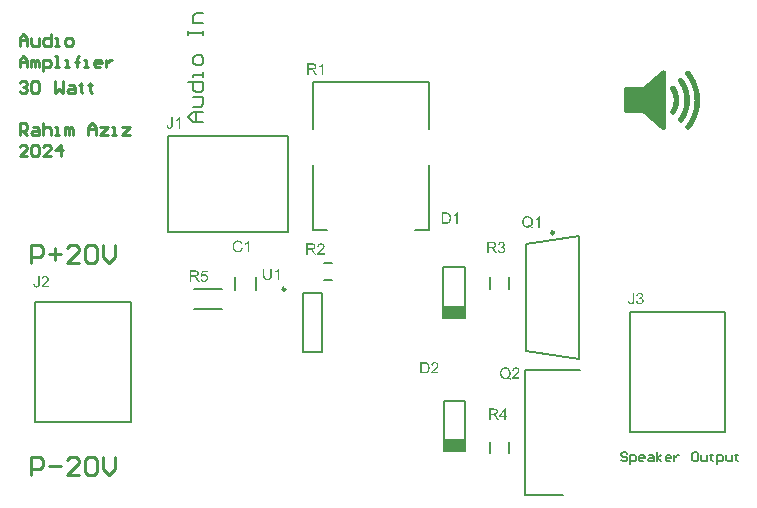
<source format=gto>
G04*
G04 #@! TF.GenerationSoftware,Altium Limited,Altium Designer,24.1.2 (44)*
G04*
G04 Layer_Color=65535*
%FSLAX44Y44*%
%MOMM*%
G71*
G04*
G04 #@! TF.SameCoordinates,0D61027A-B9A4-4D08-A004-814C5E794B05*
G04*
G04*
G04 #@! TF.FilePolarity,Positive*
G04*
G01*
G75*
%ADD10C,0.2500*%
%ADD11C,0.2000*%
%ADD12C,0.2540*%
%ADD13R,1.8500X0.9820*%
G36*
X846289Y652214D02*
X846562D01*
Y652122D01*
X846745D01*
Y652031D01*
X846927D01*
Y651940D01*
X847109D01*
Y651849D01*
X847200D01*
Y651758D01*
X847292D01*
Y651667D01*
X847383D01*
Y651575D01*
X847474D01*
Y651484D01*
X847565D01*
Y651393D01*
X847656D01*
Y651211D01*
X847747D01*
Y651120D01*
X847839D01*
Y650938D01*
X847930D01*
Y650755D01*
X848021D01*
Y650664D01*
X848112D01*
Y650482D01*
X848203D01*
Y650300D01*
X848294D01*
Y650208D01*
X848385D01*
Y649935D01*
X848477D01*
Y649844D01*
X848568D01*
Y649661D01*
X848659D01*
Y649479D01*
X848750D01*
Y649297D01*
X848841D01*
Y649115D01*
X848932D01*
Y648932D01*
X849023D01*
Y648750D01*
X849115D01*
Y648568D01*
X849206D01*
Y648294D01*
X849297D01*
Y648112D01*
X849388D01*
Y647930D01*
X849479D01*
Y647656D01*
X849570D01*
Y647474D01*
X849661D01*
Y647200D01*
X849753D01*
Y646927D01*
X849844D01*
Y646654D01*
X849935D01*
Y646380D01*
X850026D01*
Y646107D01*
X850117D01*
Y645742D01*
X850208D01*
Y645560D01*
X850300D01*
Y645104D01*
X850391D01*
Y644740D01*
X850482D01*
Y644466D01*
X850573D01*
Y643828D01*
X850664D01*
Y643555D01*
X850755D01*
Y642734D01*
X850846D01*
Y642005D01*
X850938D01*
Y640911D01*
X851029D01*
Y638815D01*
X850938D01*
Y637812D01*
X850846D01*
Y637083D01*
X850755D01*
Y636263D01*
X850664D01*
Y635990D01*
X850573D01*
Y635443D01*
X850482D01*
Y635078D01*
X850391D01*
Y634714D01*
X850300D01*
Y634349D01*
X850208D01*
Y634076D01*
X850117D01*
Y633711D01*
X850026D01*
Y633529D01*
X849935D01*
Y633164D01*
X849844D01*
Y632891D01*
X849753D01*
Y632708D01*
X849661D01*
Y632344D01*
X849570D01*
Y632161D01*
X849479D01*
Y631888D01*
X849388D01*
Y631706D01*
X849297D01*
Y631523D01*
X849206D01*
Y631250D01*
X849115D01*
Y631159D01*
X849023D01*
Y630885D01*
X848932D01*
Y630703D01*
X848841D01*
Y630521D01*
X848750D01*
Y630339D01*
X848659D01*
Y630156D01*
X848568D01*
Y629974D01*
X848477D01*
Y629883D01*
X848385D01*
Y629609D01*
X848294D01*
Y629518D01*
X848203D01*
Y629336D01*
X848112D01*
Y629154D01*
X848021D01*
Y629062D01*
X847930D01*
Y628880D01*
X847839D01*
Y628698D01*
X847747D01*
Y628607D01*
X847656D01*
Y628516D01*
X847565D01*
Y628424D01*
X847474D01*
Y628242D01*
X847292D01*
Y628151D01*
X847200D01*
Y628060D01*
X847109D01*
Y627969D01*
X846927D01*
Y627878D01*
X846745D01*
Y627786D01*
X846471D01*
Y627695D01*
X846107D01*
Y627604D01*
X845560D01*
Y627695D01*
X845195D01*
Y627786D01*
X844922D01*
Y627878D01*
X844740D01*
Y627969D01*
X844557D01*
Y628060D01*
X844466D01*
Y628151D01*
X844375D01*
Y628242D01*
X844193D01*
Y628333D01*
X844102D01*
Y628424D01*
X844010D01*
Y628607D01*
X843919D01*
Y628698D01*
X843828D01*
Y628880D01*
X843737D01*
Y629062D01*
X843646D01*
Y629245D01*
X843555D01*
Y629792D01*
X843464D01*
Y630156D01*
X843555D01*
Y630703D01*
X843646D01*
Y630885D01*
X843737D01*
Y631068D01*
X843828D01*
Y631250D01*
X843919D01*
Y631432D01*
X844010D01*
Y631615D01*
X844102D01*
Y631706D01*
X844193D01*
Y631888D01*
X844284D01*
Y632070D01*
X844375D01*
Y632161D01*
X844466D01*
Y632435D01*
X844557D01*
Y632526D01*
X844649D01*
Y632799D01*
X844740D01*
Y632891D01*
X844831D01*
Y633164D01*
X844922D01*
Y633346D01*
X845013D01*
Y633529D01*
X845104D01*
Y633802D01*
X845195D01*
Y633984D01*
X845286D01*
Y634258D01*
X845378D01*
Y634531D01*
X845469D01*
Y634714D01*
X845560D01*
Y635078D01*
X845651D01*
Y635260D01*
X845742D01*
Y635716D01*
X845833D01*
Y635990D01*
X845925D01*
Y636445D01*
X846016D01*
Y636901D01*
X846107D01*
Y637357D01*
X846198D01*
Y638177D01*
X846289D01*
Y638997D01*
X846380D01*
Y640729D01*
X846289D01*
Y641641D01*
X846198D01*
Y642461D01*
X846107D01*
Y642917D01*
X846016D01*
Y643372D01*
X845925D01*
Y643828D01*
X845833D01*
Y644102D01*
X845742D01*
Y644557D01*
X845651D01*
Y644740D01*
X845560D01*
Y645104D01*
X845469D01*
Y645378D01*
X845378D01*
Y645560D01*
X845286D01*
Y645833D01*
X845195D01*
Y646016D01*
X845104D01*
Y646289D01*
X845013D01*
Y646471D01*
X844922D01*
Y646654D01*
X844831D01*
Y646927D01*
X844740D01*
Y647018D01*
X844649D01*
Y647292D01*
X844557D01*
Y647383D01*
X844466D01*
Y647656D01*
X844375D01*
Y647747D01*
X844284D01*
Y647930D01*
X844193D01*
Y648112D01*
X844102D01*
Y648203D01*
X844010D01*
Y648385D01*
X843919D01*
Y648568D01*
X843828D01*
Y648659D01*
X843737D01*
Y648932D01*
X843646D01*
Y649023D01*
X843555D01*
Y649388D01*
X843464D01*
Y649753D01*
X843372D01*
Y650208D01*
X843464D01*
Y650573D01*
X843555D01*
Y650938D01*
X843646D01*
Y651029D01*
X843737D01*
Y651211D01*
X843828D01*
Y651393D01*
X843919D01*
Y651484D01*
X844010D01*
Y651575D01*
X844102D01*
Y651667D01*
X844193D01*
Y651758D01*
X844284D01*
Y651849D01*
X844375D01*
Y651940D01*
X844557D01*
Y652031D01*
X844740D01*
Y652122D01*
X844922D01*
Y652214D01*
X845195D01*
Y652305D01*
X846289D01*
Y652214D01*
D02*
G37*
G36*
X852852Y658776D02*
X853125D01*
Y658685D01*
X853398D01*
Y658594D01*
X853490D01*
Y658503D01*
X853672D01*
Y658411D01*
X853763D01*
Y658320D01*
X853854D01*
Y658229D01*
X853945D01*
Y658138D01*
X854036D01*
Y658047D01*
X854128D01*
Y657956D01*
X854219D01*
Y657865D01*
X854310D01*
Y657682D01*
X854401D01*
Y657591D01*
X854492D01*
Y657409D01*
X854583D01*
Y657318D01*
X854675D01*
Y657226D01*
X854766D01*
Y657044D01*
X854857D01*
Y656953D01*
X854948D01*
Y656862D01*
Y656771D01*
X855039D01*
Y656680D01*
X855130D01*
Y656497D01*
X855221D01*
Y656406D01*
X855312D01*
Y656224D01*
X855404D01*
Y656042D01*
X855495D01*
Y655950D01*
X855586D01*
Y655768D01*
X855677D01*
Y655677D01*
X855768D01*
Y655495D01*
X855859D01*
Y655312D01*
X855950D01*
Y655221D01*
X856042D01*
Y655039D01*
X856133D01*
Y654857D01*
X856224D01*
Y654675D01*
X856315D01*
Y654583D01*
X856406D01*
Y654401D01*
X856497D01*
Y654219D01*
X856589D01*
Y654036D01*
X856680D01*
Y653854D01*
X856771D01*
Y653672D01*
X856862D01*
Y653490D01*
X856953D01*
Y653307D01*
X857044D01*
Y653125D01*
X857135D01*
Y652943D01*
X857227D01*
Y652760D01*
X857318D01*
Y652578D01*
X857409D01*
Y652396D01*
X857500D01*
Y652214D01*
X857591D01*
Y651940D01*
X857682D01*
Y651758D01*
X857773D01*
Y651484D01*
X857865D01*
Y651302D01*
X857956D01*
Y651120D01*
X858047D01*
Y650846D01*
X858138D01*
Y650664D01*
X858229D01*
Y650300D01*
X858320D01*
Y650117D01*
X858411D01*
Y649753D01*
X858503D01*
Y649570D01*
X858594D01*
Y649297D01*
X858685D01*
Y648932D01*
X858776D01*
Y648750D01*
X858867D01*
Y648385D01*
X858958D01*
Y648112D01*
X859050D01*
Y647747D01*
X859141D01*
Y647383D01*
X859232D01*
Y647109D01*
X859323D01*
Y646654D01*
X859414D01*
Y646289D01*
X859505D01*
Y645742D01*
X859596D01*
Y645378D01*
X859688D01*
Y644831D01*
X859779D01*
Y644102D01*
X859870D01*
Y643555D01*
X859961D01*
Y642370D01*
X860052D01*
Y641458D01*
X860143D01*
Y638359D01*
X860052D01*
Y637448D01*
X859961D01*
Y636263D01*
X859870D01*
Y635716D01*
X859779D01*
Y634987D01*
X859688D01*
Y634440D01*
X859596D01*
Y634076D01*
X859505D01*
Y633529D01*
X859414D01*
Y633164D01*
X859323D01*
Y632708D01*
X859232D01*
Y632435D01*
X859141D01*
Y632070D01*
X859050D01*
Y631706D01*
X858958D01*
Y631432D01*
X858867D01*
Y631068D01*
X858776D01*
Y630885D01*
X858685D01*
Y630521D01*
X858594D01*
Y630247D01*
X858503D01*
Y630065D01*
X858411D01*
Y629701D01*
X858320D01*
Y629518D01*
X858229D01*
Y629154D01*
X858138D01*
Y628971D01*
X858047D01*
Y628789D01*
X857956D01*
Y628516D01*
X857865D01*
Y628333D01*
X857773D01*
Y628060D01*
X857682D01*
Y627878D01*
X857591D01*
Y627695D01*
X857500D01*
Y627422D01*
X857409D01*
Y627240D01*
X857318D01*
Y627057D01*
X857227D01*
Y626875D01*
X857135D01*
Y626693D01*
X857044D01*
Y626510D01*
X856953D01*
Y626328D01*
X856862D01*
Y626146D01*
X856771D01*
Y625964D01*
X856680D01*
Y625781D01*
X856589D01*
Y625599D01*
X856497D01*
Y625417D01*
X856406D01*
Y625234D01*
X856315D01*
Y625143D01*
X856224D01*
Y624961D01*
X856133D01*
Y624779D01*
X856042D01*
Y624688D01*
X855950D01*
Y624505D01*
X855859D01*
Y624323D01*
X855768D01*
Y624141D01*
X855677D01*
Y624049D01*
X855586D01*
Y623867D01*
X855495D01*
Y623776D01*
X855404D01*
Y623594D01*
X855312D01*
Y623411D01*
X855221D01*
Y623320D01*
X855130D01*
Y623138D01*
X855039D01*
Y623047D01*
X854948D01*
Y622865D01*
X854857D01*
Y622773D01*
X854766D01*
Y622682D01*
X854675D01*
Y622500D01*
X854583D01*
Y622409D01*
X854492D01*
Y622227D01*
X854401D01*
Y622135D01*
X854310D01*
Y621953D01*
X854219D01*
Y621862D01*
X854128D01*
Y621771D01*
X854036D01*
Y621680D01*
X853854D01*
Y621589D01*
X853763D01*
Y621497D01*
X853672D01*
Y621406D01*
X853490D01*
Y621315D01*
X853398D01*
Y621224D01*
X853125D01*
Y621133D01*
X852760D01*
Y621042D01*
X852031D01*
Y621133D01*
X851758D01*
Y621224D01*
X851484D01*
Y621315D01*
X851211D01*
Y621406D01*
X851120D01*
Y621497D01*
X851029D01*
Y621589D01*
X850938D01*
Y621680D01*
X850755D01*
Y621771D01*
X850664D01*
Y621862D01*
X850573D01*
Y622044D01*
X850482D01*
Y622135D01*
X850391D01*
Y622318D01*
X850300D01*
Y622500D01*
X850208D01*
Y622682D01*
X850117D01*
Y624049D01*
X850208D01*
Y624232D01*
X850300D01*
Y624505D01*
X850391D01*
Y624688D01*
X850482D01*
Y624779D01*
X850573D01*
Y624961D01*
X850664D01*
Y625052D01*
X850755D01*
Y625143D01*
X850846D01*
Y625326D01*
X850938D01*
Y625417D01*
X851029D01*
Y625599D01*
X851120D01*
Y625690D01*
X851211D01*
Y625872D01*
X851302D01*
Y625964D01*
X851393D01*
Y626146D01*
X851484D01*
Y626237D01*
X851575D01*
Y626419D01*
X851667D01*
Y626602D01*
X851758D01*
Y626693D01*
X851849D01*
Y626875D01*
X851940D01*
Y626966D01*
X852031D01*
Y627148D01*
X852122D01*
Y627331D01*
X852214D01*
Y627422D01*
X852305D01*
Y627695D01*
X852396D01*
Y627786D01*
X852487D01*
Y627969D01*
X852578D01*
Y628151D01*
X852669D01*
Y628333D01*
X852760D01*
Y628607D01*
X852852D01*
Y628698D01*
X852943D01*
Y628971D01*
X853034D01*
Y629154D01*
X853125D01*
Y629336D01*
X853216D01*
Y629518D01*
X853307D01*
Y629701D01*
X853398D01*
Y629974D01*
X853490D01*
Y630156D01*
X853581D01*
Y630339D01*
X853672D01*
Y630612D01*
X853763D01*
Y630794D01*
X853854D01*
Y631068D01*
X853945D01*
Y631250D01*
X854036D01*
Y631615D01*
X854128D01*
Y631797D01*
X854219D01*
Y632161D01*
X854310D01*
Y632435D01*
X854401D01*
Y632708D01*
X854492D01*
Y633164D01*
X854583D01*
Y633346D01*
X854675D01*
Y633802D01*
X854766D01*
Y634167D01*
X854857D01*
Y634531D01*
X854948D01*
Y635078D01*
X855039D01*
Y635443D01*
X855130D01*
Y636081D01*
X855221D01*
Y636628D01*
X855312D01*
Y637357D01*
X855404D01*
Y639544D01*
X855495D01*
Y640365D01*
X855404D01*
Y642461D01*
X855312D01*
Y643190D01*
X855221D01*
Y643737D01*
X855130D01*
Y644375D01*
X855039D01*
Y644740D01*
X854948D01*
Y645378D01*
X854857D01*
Y645651D01*
X854766D01*
Y646107D01*
X854675D01*
Y646471D01*
X854583D01*
Y646654D01*
X854492D01*
Y647109D01*
X854401D01*
Y647383D01*
X854310D01*
Y647747D01*
X854219D01*
Y648021D01*
X854128D01*
Y648203D01*
X854036D01*
Y648568D01*
X853945D01*
Y648750D01*
X853854D01*
Y649023D01*
X853763D01*
Y649206D01*
X853672D01*
Y649479D01*
X853581D01*
Y649661D01*
X853490D01*
Y649844D01*
X853398D01*
Y650117D01*
X853307D01*
Y650300D01*
X853216D01*
Y650573D01*
X853125D01*
Y650755D01*
X853034D01*
Y650846D01*
X852943D01*
Y651120D01*
X852852D01*
Y651302D01*
X852760D01*
Y651484D01*
X852669D01*
Y651667D01*
X852578D01*
Y651849D01*
X852487D01*
Y652031D01*
X852396D01*
Y652122D01*
X852305D01*
Y652396D01*
X852214D01*
Y652487D01*
X852122D01*
Y652669D01*
X852031D01*
Y652852D01*
X851940D01*
Y652943D01*
X851849D01*
Y653125D01*
X851758D01*
Y653307D01*
X851667D01*
Y653398D01*
X851575D01*
Y653581D01*
X851484D01*
Y653672D01*
X851393D01*
Y653854D01*
X851302D01*
Y653945D01*
X851211D01*
Y654128D01*
X851120D01*
Y654219D01*
X851029D01*
Y654401D01*
X850938D01*
Y654492D01*
X850846D01*
Y654675D01*
X850755D01*
Y654766D01*
X850664D01*
Y654857D01*
X850573D01*
Y655039D01*
X850482D01*
Y655130D01*
X850391D01*
Y655312D01*
X850300D01*
Y655495D01*
X850208D01*
Y655677D01*
X850117D01*
Y655950D01*
X850026D01*
Y656406D01*
X849935D01*
Y656680D01*
X850026D01*
Y657135D01*
X850117D01*
Y657500D01*
X850208D01*
Y657591D01*
X850300D01*
Y657773D01*
X850391D01*
Y657956D01*
X850482D01*
Y658047D01*
X850573D01*
Y658138D01*
X850664D01*
Y658229D01*
X850755D01*
Y658320D01*
X850846D01*
Y658411D01*
X850938D01*
Y658503D01*
X851120D01*
Y658594D01*
X851211D01*
Y658685D01*
X851484D01*
Y658776D01*
X851758D01*
Y658867D01*
X852852D01*
Y658776D01*
D02*
G37*
G36*
X858958Y664883D02*
X859141D01*
Y664792D01*
X859414D01*
Y664700D01*
X859596D01*
Y664609D01*
X859688D01*
Y664518D01*
X859870D01*
Y664427D01*
X859961D01*
Y664336D01*
X860052D01*
Y664245D01*
X860143D01*
Y664154D01*
X860234D01*
Y664062D01*
X860325D01*
Y663971D01*
X860417D01*
Y663789D01*
X860508D01*
Y663698D01*
X860599D01*
Y663607D01*
X860690D01*
Y663425D01*
X860781D01*
Y663333D01*
X860872D01*
Y663242D01*
X860964D01*
Y663060D01*
X861055D01*
Y662969D01*
X861146D01*
Y662878D01*
X861237D01*
Y662695D01*
X861328D01*
Y662604D01*
X861419D01*
Y662513D01*
X861510D01*
Y662331D01*
X861602D01*
Y662148D01*
X861693D01*
Y662057D01*
X861784D01*
Y661966D01*
X861875D01*
Y661784D01*
X861966D01*
Y661693D01*
X862057D01*
Y661510D01*
X862148D01*
Y661419D01*
X862240D01*
Y661237D01*
X862331D01*
Y661146D01*
X862422D01*
Y660964D01*
X862513D01*
Y660872D01*
X862604D01*
Y660690D01*
X862695D01*
Y660599D01*
X862786D01*
Y660417D01*
X862878D01*
Y660234D01*
X862969D01*
Y660143D01*
X863060D01*
Y659961D01*
X863151D01*
Y659779D01*
X863242D01*
Y659596D01*
X863333D01*
Y659505D01*
X863425D01*
Y659323D01*
X863516D01*
Y659141D01*
X863607D01*
Y659050D01*
X863698D01*
Y658867D01*
X863789D01*
Y658685D01*
X863880D01*
Y658503D01*
X863971D01*
Y658320D01*
X864062D01*
Y658229D01*
X864154D01*
Y658047D01*
X864245D01*
Y657865D01*
X864336D01*
Y657682D01*
X864427D01*
Y657500D01*
X864518D01*
Y657318D01*
X864609D01*
Y657135D01*
X864700D01*
Y656953D01*
X864792D01*
Y656771D01*
X864883D01*
Y656589D01*
X864974D01*
Y656315D01*
X865065D01*
Y656224D01*
X865156D01*
Y656042D01*
X865247D01*
Y655768D01*
X865339D01*
Y655586D01*
X865430D01*
Y655312D01*
X865521D01*
Y655130D01*
X865612D01*
Y654948D01*
X865703D01*
Y654766D01*
X865794D01*
Y654583D01*
X865885D01*
Y654219D01*
X865977D01*
Y654036D01*
X866068D01*
Y653763D01*
X866159D01*
Y653581D01*
X866250D01*
Y653307D01*
X866341D01*
Y653034D01*
X866432D01*
Y652852D01*
X866523D01*
Y652487D01*
X866615D01*
Y652305D01*
X866706D01*
Y651940D01*
X866797D01*
Y651667D01*
X866888D01*
Y651484D01*
X866979D01*
Y651120D01*
X867070D01*
Y650846D01*
X867161D01*
Y650482D01*
X867253D01*
Y650208D01*
X867344D01*
Y649935D01*
X867435D01*
Y649479D01*
X867526D01*
Y649206D01*
X867617D01*
Y648659D01*
X867708D01*
Y648385D01*
X867800D01*
Y647930D01*
X867891D01*
Y647474D01*
X867982D01*
Y647109D01*
X868073D01*
Y646380D01*
X868164D01*
Y646016D01*
X868255D01*
Y645286D01*
X868346D01*
Y644557D01*
X868438D01*
Y643737D01*
X868529D01*
Y642552D01*
X868620D01*
Y641550D01*
X868711D01*
Y638268D01*
X868620D01*
Y637266D01*
X868529D01*
Y636081D01*
X868438D01*
Y635260D01*
X868346D01*
Y634531D01*
X868255D01*
Y633802D01*
X868164D01*
Y633346D01*
X868073D01*
Y632799D01*
X867982D01*
Y632344D01*
X867891D01*
Y631888D01*
X867800D01*
Y631432D01*
X867708D01*
Y631159D01*
X867617D01*
Y630612D01*
X867526D01*
Y630339D01*
X867435D01*
Y629974D01*
X867344D01*
Y629609D01*
X867253D01*
Y629336D01*
X867161D01*
Y628971D01*
X867070D01*
Y628698D01*
X866979D01*
Y628333D01*
X866888D01*
Y628151D01*
X866797D01*
Y627878D01*
X866706D01*
Y627513D01*
X866615D01*
Y627331D01*
X866523D01*
Y626966D01*
X866432D01*
Y626784D01*
X866341D01*
Y626510D01*
X866250D01*
Y626237D01*
X866159D01*
Y626055D01*
X866068D01*
Y625781D01*
X865977D01*
Y625599D01*
X865885D01*
Y625234D01*
X865794D01*
Y625143D01*
X865703D01*
Y624870D01*
X865612D01*
Y624688D01*
X865521D01*
Y624505D01*
X865430D01*
Y624232D01*
X865339D01*
Y624049D01*
X865247D01*
Y623776D01*
X865156D01*
Y623685D01*
X865065D01*
Y623503D01*
X864974D01*
Y623229D01*
X864883D01*
Y623138D01*
X864792D01*
Y622865D01*
X864700D01*
Y622682D01*
X864609D01*
Y622500D01*
X864518D01*
Y622318D01*
X864427D01*
Y622227D01*
X864336D01*
Y621953D01*
X864245D01*
Y621862D01*
X864154D01*
Y621680D01*
X864062D01*
Y621497D01*
X863971D01*
Y621315D01*
X863880D01*
Y621133D01*
X863789D01*
Y620951D01*
X863698D01*
Y620859D01*
X863607D01*
Y620677D01*
X863516D01*
Y620495D01*
X863425D01*
Y620312D01*
X863333D01*
Y620221D01*
X863242D01*
Y620039D01*
X863151D01*
Y619857D01*
X863060D01*
Y619766D01*
X862969D01*
Y619583D01*
X862878D01*
Y619401D01*
X862786D01*
Y619310D01*
X862695D01*
Y619128D01*
X862604D01*
Y618945D01*
X862513D01*
Y618854D01*
X862422D01*
Y618672D01*
X862331D01*
Y618581D01*
X862240D01*
Y618398D01*
X862148D01*
Y618307D01*
X862057D01*
Y618216D01*
X861966D01*
Y618034D01*
X861875D01*
Y617852D01*
X861784D01*
Y617760D01*
X861693D01*
Y617669D01*
X861602D01*
Y617487D01*
X861510D01*
Y617396D01*
X861419D01*
Y617214D01*
X861328D01*
Y617122D01*
X861237D01*
Y616940D01*
X861146D01*
Y616849D01*
X861055D01*
Y616758D01*
X860964D01*
Y616667D01*
X860872D01*
Y616484D01*
X860781D01*
Y616393D01*
X860690D01*
Y616302D01*
X860599D01*
Y616120D01*
X860508D01*
Y616029D01*
X860417D01*
Y615846D01*
X860325D01*
Y615755D01*
X860234D01*
Y615664D01*
X860143D01*
Y615573D01*
X859961D01*
Y615482D01*
X859870D01*
Y615391D01*
X859779D01*
Y615299D01*
X859596D01*
Y615208D01*
X859414D01*
Y615117D01*
X859141D01*
Y615026D01*
X858867D01*
Y614935D01*
X858138D01*
Y615026D01*
X857865D01*
Y615117D01*
X857500D01*
Y615208D01*
X857409D01*
Y615299D01*
X857227D01*
Y615391D01*
X857135D01*
Y615482D01*
X856953D01*
Y615573D01*
X856862D01*
Y615755D01*
X856680D01*
Y615938D01*
X856589D01*
Y616029D01*
X856497D01*
Y616211D01*
X856406D01*
Y616393D01*
X856315D01*
Y616576D01*
X856224D01*
Y618034D01*
X856315D01*
Y618216D01*
X856406D01*
Y618398D01*
X856497D01*
Y618581D01*
X856589D01*
Y618672D01*
X856680D01*
Y618854D01*
X856771D01*
Y618945D01*
X856862D01*
Y619036D01*
X856953D01*
Y619219D01*
X857044D01*
Y619310D01*
X857135D01*
Y619401D01*
X857227D01*
Y619492D01*
X857318D01*
Y619674D01*
X857409D01*
Y619766D01*
X857500D01*
Y619857D01*
X857591D01*
Y620039D01*
X857682D01*
Y620130D01*
X857773D01*
Y620312D01*
X857865D01*
Y620404D01*
X857956D01*
Y620586D01*
X858047D01*
Y620677D01*
X858138D01*
Y620859D01*
X858229D01*
Y620951D01*
X858320D01*
Y621042D01*
X858411D01*
Y621224D01*
X858503D01*
Y621406D01*
X858594D01*
Y621497D01*
X858685D01*
Y621680D01*
X858776D01*
Y621771D01*
X858867D01*
Y621953D01*
X858958D01*
Y622044D01*
X859050D01*
Y622227D01*
X859141D01*
Y622409D01*
X859232D01*
Y622500D01*
X859323D01*
Y622682D01*
X859414D01*
Y622865D01*
X859505D01*
Y623047D01*
X859596D01*
Y623138D01*
X859688D01*
Y623320D01*
X859779D01*
Y623503D01*
X859870D01*
Y623685D01*
X859961D01*
Y623867D01*
X860052D01*
Y624049D01*
X860143D01*
Y624232D01*
X860234D01*
Y624323D01*
X860325D01*
Y624505D01*
X860417D01*
Y624779D01*
X860508D01*
Y624870D01*
X860599D01*
Y625143D01*
X860690D01*
Y625326D01*
X860781D01*
Y625508D01*
X860872D01*
Y625690D01*
X860964D01*
Y625872D01*
X861055D01*
Y626146D01*
X861146D01*
Y626328D01*
X861237D01*
Y626510D01*
X861328D01*
Y626784D01*
X861419D01*
Y626966D01*
X861510D01*
Y627148D01*
X861602D01*
Y627331D01*
X861693D01*
Y627695D01*
X861784D01*
Y627878D01*
X861875D01*
Y628151D01*
X861966D01*
Y628333D01*
X862057D01*
Y628607D01*
X862148D01*
Y628880D01*
X862240D01*
Y629062D01*
X862331D01*
Y629427D01*
X862422D01*
Y629701D01*
X862513D01*
Y629974D01*
X862604D01*
Y630339D01*
X862695D01*
Y630612D01*
X862786D01*
Y630977D01*
X862878D01*
Y631341D01*
X862969D01*
Y631706D01*
X863060D01*
Y632161D01*
X863151D01*
Y632344D01*
X863242D01*
Y632891D01*
X863333D01*
Y633346D01*
X863425D01*
Y633802D01*
X863516D01*
Y634349D01*
X863607D01*
Y634896D01*
X863698D01*
Y635625D01*
X863789D01*
Y636172D01*
X863880D01*
Y637630D01*
X863971D01*
Y639727D01*
X864062D01*
Y640182D01*
X863971D01*
Y642188D01*
X863880D01*
Y643646D01*
X863789D01*
Y644193D01*
X863698D01*
Y644922D01*
X863607D01*
Y645469D01*
X863516D01*
Y646016D01*
X863425D01*
Y646471D01*
X863333D01*
Y646927D01*
X863242D01*
Y647474D01*
X863151D01*
Y647747D01*
X863060D01*
Y648112D01*
X862969D01*
Y648568D01*
X862878D01*
Y648841D01*
X862786D01*
Y649206D01*
X862695D01*
Y649479D01*
X862604D01*
Y649844D01*
X862513D01*
Y650117D01*
X862422D01*
Y650391D01*
X862331D01*
Y650755D01*
X862240D01*
Y650938D01*
X862148D01*
Y651211D01*
X862057D01*
Y651484D01*
X861966D01*
Y651758D01*
X861875D01*
Y651940D01*
X861784D01*
Y652122D01*
X861693D01*
Y652487D01*
X861602D01*
Y652669D01*
X861510D01*
Y652943D01*
X861419D01*
Y653125D01*
X861328D01*
Y653307D01*
X861237D01*
Y653581D01*
X861146D01*
Y653672D01*
X861055D01*
Y653945D01*
X860964D01*
Y654128D01*
X860872D01*
Y654310D01*
X860781D01*
Y654492D01*
X860690D01*
Y654675D01*
X860599D01*
Y654948D01*
X860508D01*
Y655039D01*
X860417D01*
Y655312D01*
X860325D01*
Y655495D01*
X860234D01*
Y655586D01*
X860143D01*
Y655768D01*
X860052D01*
Y655950D01*
X859961D01*
Y656224D01*
X859870D01*
Y656315D01*
X859779D01*
Y656497D01*
X859688D01*
Y656680D01*
X859596D01*
Y656771D01*
X859505D01*
Y656953D01*
X859414D01*
Y657135D01*
X859323D01*
Y657318D01*
X859232D01*
Y657409D01*
X859141D01*
Y657591D01*
X859050D01*
Y657773D01*
X858958D01*
Y657865D01*
X858867D01*
Y658047D01*
X858776D01*
Y658138D01*
X858685D01*
Y658320D01*
X858594D01*
Y658411D01*
X858503D01*
Y658594D01*
X858411D01*
Y658776D01*
X858320D01*
Y658867D01*
X858229D01*
Y659050D01*
X858138D01*
Y659141D01*
X858047D01*
Y659232D01*
X857956D01*
Y659414D01*
X857865D01*
Y659505D01*
X857773D01*
Y659688D01*
X857682D01*
Y659779D01*
X857591D01*
Y659870D01*
X857500D01*
Y660052D01*
X857409D01*
Y660143D01*
X857318D01*
Y660325D01*
X857227D01*
Y660417D01*
X857135D01*
Y660508D01*
X857044D01*
Y660599D01*
X856953D01*
Y660781D01*
X856862D01*
Y660872D01*
X856771D01*
Y660964D01*
X856680D01*
Y661146D01*
X856589D01*
Y661237D01*
X856497D01*
Y661419D01*
X856406D01*
Y661601D01*
X856315D01*
Y661693D01*
X856224D01*
Y662057D01*
X856133D01*
Y662331D01*
X856042D01*
Y662969D01*
X856133D01*
Y663242D01*
X856224D01*
Y663607D01*
X856315D01*
Y663789D01*
X856406D01*
Y663880D01*
X856497D01*
Y664062D01*
X856589D01*
Y664154D01*
X856680D01*
Y664245D01*
X856771D01*
Y664336D01*
X856862D01*
Y664427D01*
X856953D01*
Y664518D01*
X857044D01*
Y664609D01*
X857227D01*
Y664700D01*
X857409D01*
Y664792D01*
X857682D01*
Y664883D01*
X857865D01*
Y664974D01*
X858958D01*
Y664883D01*
D02*
G37*
G36*
X837904Y665156D02*
X838268D01*
Y665065D01*
X838542D01*
Y664974D01*
X838724D01*
Y664883D01*
X838906D01*
Y664792D01*
X839089D01*
Y664700D01*
X839180D01*
Y664609D01*
X839271D01*
Y664518D01*
X839362D01*
Y664427D01*
X839453D01*
Y664336D01*
X839544D01*
Y664154D01*
X839635D01*
Y663971D01*
X839727D01*
Y663880D01*
X839818D01*
Y663607D01*
X839909D01*
Y663242D01*
X840000D01*
Y616758D01*
X839909D01*
Y616484D01*
X839818D01*
Y616211D01*
X839727D01*
Y616029D01*
X839635D01*
Y615846D01*
X839544D01*
Y615755D01*
X839453D01*
Y615664D01*
X839362D01*
Y615482D01*
X839180D01*
Y615391D01*
X839089D01*
Y615299D01*
X838997D01*
Y615208D01*
X838906D01*
Y615117D01*
X838633D01*
Y615026D01*
X838450D01*
Y614935D01*
X838086D01*
Y614844D01*
X837175D01*
Y614935D01*
X836810D01*
Y615026D01*
X836719D01*
Y615117D01*
X836445D01*
Y615208D01*
X836354D01*
Y615299D01*
X836172D01*
Y615391D01*
X836081D01*
Y615482D01*
X835990D01*
Y615573D01*
X835899D01*
Y615664D01*
X835807D01*
Y615755D01*
X835625D01*
Y615846D01*
X835534D01*
Y615938D01*
X835443D01*
Y616029D01*
X835352D01*
Y616120D01*
X835260D01*
Y616211D01*
X835169D01*
Y616302D01*
X834987D01*
Y616393D01*
X834896D01*
Y616484D01*
X834805D01*
Y616576D01*
X834714D01*
Y616667D01*
X834622D01*
Y616758D01*
X834531D01*
Y616849D01*
X834440D01*
Y616940D01*
X834349D01*
Y617031D01*
X834167D01*
Y617122D01*
X834075D01*
Y617214D01*
X833984D01*
Y617305D01*
X833893D01*
Y617396D01*
X833802D01*
Y617487D01*
X833620D01*
Y617578D01*
X833529D01*
Y617669D01*
X833438D01*
Y617760D01*
X833346D01*
Y617852D01*
X833255D01*
Y617943D01*
X833164D01*
Y618034D01*
X833073D01*
Y618125D01*
X832891D01*
Y618216D01*
X832800D01*
Y618307D01*
X832708D01*
Y618398D01*
X832617D01*
Y618490D01*
X832526D01*
Y618581D01*
X832435D01*
Y618672D01*
X832344D01*
Y618763D01*
X832161D01*
Y618854D01*
X832070D01*
Y618945D01*
X831979D01*
Y619036D01*
X831888D01*
Y619128D01*
X831797D01*
Y619219D01*
X831706D01*
Y619310D01*
X831523D01*
Y619401D01*
X831432D01*
Y619492D01*
X831341D01*
Y619583D01*
X831250D01*
Y619674D01*
X831159D01*
Y619766D01*
X830977D01*
Y619857D01*
X830885D01*
Y619948D01*
X830794D01*
Y620039D01*
X830703D01*
Y620130D01*
X830612D01*
Y620221D01*
X830521D01*
Y620312D01*
X830430D01*
Y620404D01*
X830247D01*
Y620495D01*
X830156D01*
Y620586D01*
X830065D01*
Y620677D01*
X829974D01*
Y620768D01*
X829883D01*
Y620859D01*
X829792D01*
Y620951D01*
X829700D01*
Y621042D01*
X829518D01*
Y621133D01*
X829427D01*
Y621224D01*
X829336D01*
Y621315D01*
X829245D01*
Y621406D01*
X829154D01*
Y621497D01*
X828971D01*
Y621680D01*
X828789D01*
Y621771D01*
X828698D01*
Y621862D01*
X828607D01*
Y621953D01*
X828516D01*
Y622044D01*
X828425D01*
Y622135D01*
X828242D01*
Y622227D01*
X828151D01*
Y622318D01*
X828060D01*
Y622409D01*
X827969D01*
Y622500D01*
X827878D01*
Y622591D01*
X827786D01*
Y622682D01*
X827695D01*
Y622773D01*
X827513D01*
Y622865D01*
X827422D01*
Y622956D01*
X827331D01*
Y623047D01*
X827240D01*
Y623138D01*
X827148D01*
Y623229D01*
X826966D01*
Y623320D01*
X826875D01*
Y623411D01*
X826784D01*
Y623503D01*
X826693D01*
Y623594D01*
X826602D01*
Y623685D01*
X826510D01*
Y623776D01*
X826419D01*
Y623867D01*
X826328D01*
Y623958D01*
X826237D01*
Y624049D01*
X826055D01*
Y624141D01*
X825964D01*
Y624232D01*
X825872D01*
Y624323D01*
X825781D01*
Y624414D01*
X825690D01*
Y624505D01*
X825508D01*
Y624596D01*
X825417D01*
Y624688D01*
X825325D01*
Y624779D01*
X825234D01*
Y624870D01*
X825143D01*
Y624961D01*
X825052D01*
Y625052D01*
X824961D01*
Y625143D01*
X824779D01*
Y625234D01*
X824688D01*
Y625326D01*
X824596D01*
Y625417D01*
X824505D01*
Y625508D01*
X824414D01*
Y625599D01*
X824323D01*
Y625690D01*
X824141D01*
Y625781D01*
X824050D01*
Y625872D01*
X823958D01*
Y625964D01*
X823867D01*
Y626055D01*
X823776D01*
Y626146D01*
X823685D01*
Y626237D01*
X823503D01*
Y626328D01*
X823411D01*
Y626419D01*
X823320D01*
Y626510D01*
X823229D01*
Y626602D01*
X823138D01*
Y626693D01*
X823047D01*
Y626784D01*
X822956D01*
Y626875D01*
X822773D01*
Y626966D01*
X822682D01*
Y627057D01*
X822591D01*
Y627148D01*
X822500D01*
Y627240D01*
X822409D01*
Y627331D01*
X822318D01*
Y627422D01*
X822135D01*
Y627513D01*
X822044D01*
Y627604D01*
X821953D01*
Y627695D01*
X821862D01*
Y627786D01*
X821771D01*
Y627878D01*
X821680D01*
Y627969D01*
X821589D01*
Y628060D01*
X821406D01*
Y628151D01*
X821315D01*
Y628242D01*
X821224D01*
Y628333D01*
X821133D01*
Y628424D01*
X821042D01*
Y628516D01*
X820950D01*
Y628607D01*
X820859D01*
Y628698D01*
X820677D01*
Y628789D01*
X820495D01*
Y628880D01*
X806094D01*
Y628971D01*
X805729D01*
Y629062D01*
X805547D01*
Y629154D01*
X805273D01*
Y629245D01*
X805182D01*
Y629336D01*
X805091D01*
Y629427D01*
X804909D01*
Y629518D01*
X804818D01*
Y629701D01*
X804727D01*
Y629792D01*
X804635D01*
Y629883D01*
X804544D01*
Y629974D01*
X804453D01*
Y630156D01*
X804362D01*
Y630430D01*
X804271D01*
Y630703D01*
X804180D01*
Y639362D01*
Y639453D01*
Y649570D01*
X804271D01*
Y649753D01*
X804362D01*
Y650026D01*
X804453D01*
Y650208D01*
X804544D01*
Y650300D01*
X804635D01*
Y650482D01*
X804727D01*
Y650573D01*
X804818D01*
Y650664D01*
X804909D01*
Y650755D01*
X805000D01*
Y650846D01*
X805091D01*
Y650938D01*
X805273D01*
Y651029D01*
X805365D01*
Y651120D01*
X805547D01*
Y651211D01*
X805911D01*
Y651302D01*
X806276D01*
Y651393D01*
X820859D01*
Y651484D01*
X820950D01*
Y651575D01*
X821042D01*
Y651667D01*
X821224D01*
Y651758D01*
X821315D01*
Y651849D01*
X821406D01*
Y651940D01*
X821497D01*
Y652031D01*
X821589D01*
Y652122D01*
X821680D01*
Y652214D01*
X821862D01*
Y652305D01*
X821953D01*
Y652396D01*
X822044D01*
Y652487D01*
X822135D01*
Y652578D01*
X822227D01*
Y652669D01*
X822318D01*
Y652760D01*
X822500D01*
Y652852D01*
X822591D01*
Y652943D01*
X822682D01*
Y653034D01*
X822773D01*
Y653125D01*
X822865D01*
Y653216D01*
X822956D01*
Y653307D01*
X823047D01*
Y653398D01*
X823229D01*
Y653490D01*
X823320D01*
Y653581D01*
X823411D01*
Y653672D01*
X823503D01*
Y653763D01*
X823594D01*
Y653854D01*
X823685D01*
Y653945D01*
X823867D01*
Y654036D01*
X823958D01*
Y654128D01*
X824050D01*
Y654219D01*
X824141D01*
Y654310D01*
X824232D01*
Y654401D01*
X824323D01*
Y654492D01*
X824414D01*
Y654583D01*
X824505D01*
Y654675D01*
X824688D01*
Y654766D01*
X824779D01*
Y654857D01*
X824870D01*
Y654948D01*
X824961D01*
Y655039D01*
X825052D01*
Y655130D01*
X825234D01*
Y655221D01*
X825325D01*
Y655312D01*
X825417D01*
Y655404D01*
X825508D01*
Y655495D01*
X825599D01*
Y655586D01*
X825690D01*
Y655677D01*
X825781D01*
Y655768D01*
X825872D01*
Y655859D01*
X826055D01*
Y655950D01*
X826146D01*
Y656042D01*
X826237D01*
Y656133D01*
X826328D01*
Y656224D01*
X826419D01*
Y656315D01*
X826602D01*
Y656406D01*
X826693D01*
Y656497D01*
X826784D01*
Y656589D01*
X826875D01*
Y656680D01*
X826966D01*
Y656771D01*
X827057D01*
Y656862D01*
X827240D01*
Y656953D01*
X827331D01*
Y657044D01*
X827422D01*
Y657135D01*
X827513D01*
Y657226D01*
X827604D01*
Y657318D01*
X827695D01*
Y657409D01*
X827786D01*
Y657500D01*
X827878D01*
Y657591D01*
X828060D01*
Y657682D01*
X828151D01*
Y657773D01*
X828242D01*
Y657865D01*
X828333D01*
Y657956D01*
X828425D01*
Y658047D01*
X828516D01*
Y658138D01*
X828698D01*
Y658229D01*
X828789D01*
Y658320D01*
X828880D01*
Y658411D01*
X828971D01*
Y658503D01*
X829062D01*
Y658594D01*
X829154D01*
Y658685D01*
X829336D01*
Y658776D01*
X829427D01*
Y658867D01*
X829518D01*
Y658958D01*
X829609D01*
Y659050D01*
X829700D01*
Y659141D01*
X829792D01*
Y659232D01*
X829883D01*
Y659323D01*
X830065D01*
Y659414D01*
X830156D01*
Y659505D01*
X830247D01*
Y659596D01*
X830339D01*
Y659688D01*
X830430D01*
Y659779D01*
X830612D01*
Y659870D01*
X830703D01*
Y659961D01*
X830794D01*
Y660052D01*
X830885D01*
Y660143D01*
X830977D01*
Y660234D01*
X831068D01*
Y660325D01*
X831159D01*
Y660417D01*
X831341D01*
Y660508D01*
X831432D01*
Y660599D01*
X831523D01*
Y660690D01*
X831615D01*
Y660781D01*
X831706D01*
Y660872D01*
X831797D01*
Y660964D01*
X831979D01*
Y661055D01*
X832070D01*
Y661146D01*
X832161D01*
Y661237D01*
X832253D01*
Y661328D01*
X832344D01*
Y661419D01*
X832435D01*
Y661510D01*
X832526D01*
Y661601D01*
X832617D01*
Y661693D01*
X832800D01*
Y661784D01*
X832891D01*
Y661875D01*
X832982D01*
Y661966D01*
X833073D01*
Y662057D01*
X833164D01*
Y662148D01*
X833346D01*
Y662240D01*
X833438D01*
Y662331D01*
X833529D01*
Y662422D01*
X833620D01*
Y662513D01*
X833711D01*
Y662604D01*
X833802D01*
Y662695D01*
X833893D01*
Y662786D01*
X834075D01*
Y662878D01*
X834167D01*
Y662969D01*
X834258D01*
Y663060D01*
X834349D01*
Y663151D01*
X834440D01*
Y663242D01*
X834531D01*
Y663333D01*
X834714D01*
Y663425D01*
X834805D01*
Y663516D01*
X834896D01*
Y663607D01*
X834987D01*
Y663698D01*
X835078D01*
Y663789D01*
X835169D01*
Y663880D01*
X835352D01*
Y663971D01*
X835443D01*
Y664062D01*
X835534D01*
Y664154D01*
X835625D01*
Y664245D01*
X835716D01*
Y664336D01*
X835807D01*
Y664427D01*
X835899D01*
Y664518D01*
X835990D01*
Y664609D01*
X836172D01*
Y664700D01*
X836263D01*
Y664792D01*
X836445D01*
Y664883D01*
X836536D01*
Y664974D01*
X836810D01*
Y665065D01*
X836992D01*
Y665156D01*
X837357D01*
Y665247D01*
X837904D01*
Y665156D01*
D02*
G37*
G36*
X713013Y413867D02*
X713124Y413853D01*
X713262Y413840D01*
X713415Y413812D01*
X713568Y413784D01*
X713928Y413687D01*
X714289Y413548D01*
X714469Y413465D01*
X714649Y413368D01*
X714816Y413243D01*
X714968Y413105D01*
X714982Y413091D01*
X715010Y413077D01*
X715038Y413021D01*
X715093Y412966D01*
X715162Y412897D01*
X715232Y412799D01*
X715301Y412702D01*
X715384Y412578D01*
X715523Y412314D01*
X715662Y411981D01*
X715717Y411815D01*
X715745Y411621D01*
X715772Y411427D01*
X715786Y411218D01*
Y411191D01*
Y411121D01*
X715772Y411011D01*
X715759Y410858D01*
X715731Y410691D01*
X715676Y410497D01*
X715620Y410289D01*
X715537Y410081D01*
X715523Y410054D01*
X715495Y409984D01*
X715440Y409873D01*
X715357Y409721D01*
X715246Y409554D01*
X715107Y409346D01*
X714940Y409138D01*
X714746Y408903D01*
X714718Y408875D01*
X714649Y408792D01*
X714580Y408722D01*
X714510Y408653D01*
X714427Y408570D01*
X714316Y408459D01*
X714205Y408348D01*
X714067Y408223D01*
X713928Y408084D01*
X713762Y407932D01*
X713581Y407779D01*
X713387Y407599D01*
X713165Y407419D01*
X712943Y407224D01*
X712930Y407211D01*
X712902Y407183D01*
X712846Y407141D01*
X712777Y407086D01*
X712694Y407002D01*
X712597Y406919D01*
X712375Y406739D01*
X712139Y406531D01*
X711917Y406323D01*
X711723Y406143D01*
X711640Y406073D01*
X711570Y406004D01*
X711556Y405990D01*
X711515Y405948D01*
X711460Y405893D01*
X711390Y405810D01*
X711321Y405713D01*
X711238Y405616D01*
X711071Y405380D01*
X715800D01*
Y404243D01*
X709435D01*
Y404257D01*
Y404312D01*
Y404395D01*
X709448Y404506D01*
X709462Y404631D01*
X709490Y404770D01*
X709518Y404908D01*
X709573Y405061D01*
Y405075D01*
X709587Y405089D01*
X709615Y405172D01*
X709670Y405297D01*
X709754Y405463D01*
X709865Y405657D01*
X710003Y405879D01*
X710156Y406101D01*
X710350Y406337D01*
Y406351D01*
X710378Y406365D01*
X710447Y406448D01*
X710572Y406573D01*
X710752Y406753D01*
X710960Y406961D01*
X711224Y407211D01*
X711543Y407488D01*
X711889Y407779D01*
X711903Y407793D01*
X711959Y407835D01*
X712042Y407904D01*
X712139Y407987D01*
X712264Y408098D01*
X712416Y408223D01*
X712569Y408362D01*
X712749Y408514D01*
X713096Y408847D01*
X713443Y409180D01*
X713609Y409346D01*
X713762Y409513D01*
X713900Y409665D01*
X714011Y409818D01*
Y409832D01*
X714039Y409846D01*
X714067Y409887D01*
X714094Y409943D01*
X714192Y410095D01*
X714303Y410275D01*
X714400Y410497D01*
X714497Y410733D01*
X714552Y410997D01*
X714580Y411246D01*
Y411260D01*
Y411274D01*
X714566Y411357D01*
X714552Y411496D01*
X714510Y411648D01*
X714455Y411843D01*
X714358Y412037D01*
X714233Y412231D01*
X714067Y412425D01*
X714039Y412453D01*
X713970Y412508D01*
X713873Y412578D01*
X713720Y412675D01*
X713526Y412758D01*
X713304Y412841D01*
X713040Y412897D01*
X712749Y412910D01*
X712666D01*
X712610Y412897D01*
X712444Y412883D01*
X712250Y412841D01*
X712042Y412786D01*
X711806Y412689D01*
X711584Y412564D01*
X711376Y412397D01*
X711348Y412370D01*
X711293Y412300D01*
X711210Y412189D01*
X711127Y412023D01*
X711030Y411829D01*
X710946Y411579D01*
X710891Y411302D01*
X710863Y410983D01*
X709657Y411108D01*
Y411121D01*
X709670Y411163D01*
Y411232D01*
X709684Y411329D01*
X709712Y411440D01*
X709740Y411565D01*
X709781Y411718D01*
X709823Y411870D01*
X709934Y412203D01*
X710100Y412536D01*
X710197Y412702D01*
X710322Y412869D01*
X710447Y413021D01*
X710586Y413160D01*
X710600Y413174D01*
X710627Y413188D01*
X710669Y413229D01*
X710738Y413271D01*
X710822Y413326D01*
X710919Y413382D01*
X711030Y413451D01*
X711168Y413521D01*
X711321Y413590D01*
X711487Y413659D01*
X711667Y413715D01*
X711862Y413770D01*
X712070Y413812D01*
X712292Y413853D01*
X712527Y413867D01*
X712777Y413881D01*
X712916D01*
X713013Y413867D01*
D02*
G37*
G36*
X704012Y413992D02*
X704137D01*
X704262Y413978D01*
X704428Y413951D01*
X704595Y413923D01*
X704955Y413853D01*
X705371Y413743D01*
X705773Y413576D01*
X705981Y413479D01*
X706189Y413368D01*
X706203Y413354D01*
X706231Y413340D01*
X706286Y413299D01*
X706370Y413257D01*
X706453Y413188D01*
X706564Y413105D01*
X706800Y412910D01*
X707049Y412661D01*
X707327Y412356D01*
X707590Y411995D01*
X707812Y411593D01*
Y411579D01*
X707840Y411538D01*
X707868Y411482D01*
X707895Y411399D01*
X707951Y411288D01*
X707992Y411163D01*
X708048Y411011D01*
X708103Y410844D01*
X708145Y410664D01*
X708200Y410470D01*
X708256Y410262D01*
X708298Y410040D01*
X708353Y409554D01*
X708381Y409041D01*
Y409027D01*
Y408986D01*
Y408930D01*
Y408847D01*
X708367Y408736D01*
Y408611D01*
X708353Y408473D01*
X708339Y408334D01*
X708298Y408001D01*
X708228Y407640D01*
X708145Y407266D01*
X708020Y406906D01*
Y406892D01*
X708006Y406864D01*
X707979Y406808D01*
X707951Y406753D01*
X707909Y406670D01*
X707868Y406573D01*
X707757Y406351D01*
X707604Y406087D01*
X707410Y405810D01*
X707188Y405532D01*
X706938Y405255D01*
X706952D01*
X706980Y405227D01*
X707022Y405200D01*
X707091Y405158D01*
X707160Y405103D01*
X707257Y405047D01*
X707465Y404922D01*
X707715Y404770D01*
X707992Y404617D01*
X708284Y404492D01*
X708561Y404367D01*
X708186Y403494D01*
X708173D01*
X708145Y403508D01*
X708089Y403535D01*
X708006Y403563D01*
X707909Y403605D01*
X707798Y403660D01*
X707673Y403716D01*
X707535Y403785D01*
X707230Y403951D01*
X706883Y404146D01*
X706508Y404395D01*
X706120Y404673D01*
X706106D01*
X706078Y404645D01*
X706009Y404617D01*
X705940Y404576D01*
X705829Y404534D01*
X705718Y404478D01*
X705579Y404437D01*
X705427Y404381D01*
X705260Y404326D01*
X705080Y404271D01*
X704678Y404173D01*
X704234Y404104D01*
X703998Y404090D01*
X703763Y404076D01*
X703638D01*
X703541Y404090D01*
X703430D01*
X703291Y404104D01*
X703138Y404132D01*
X702972Y404160D01*
X702611Y404229D01*
X702209Y404340D01*
X701793Y404492D01*
X701599Y404589D01*
X701391Y404700D01*
X701377Y404714D01*
X701349Y404728D01*
X701294Y404770D01*
X701225Y404811D01*
X701127Y404881D01*
X701030Y404964D01*
X700795Y405158D01*
X700531Y405408D01*
X700268Y405713D01*
X700004Y406059D01*
X699768Y406462D01*
Y406475D01*
X699741Y406517D01*
X699713Y406573D01*
X699685Y406656D01*
X699644Y406767D01*
X699588Y406892D01*
X699533Y407044D01*
X699491Y407211D01*
X699436Y407391D01*
X699380Y407585D01*
X699339Y407793D01*
X699283Y408029D01*
X699228Y408514D01*
X699200Y409027D01*
Y409041D01*
Y409097D01*
Y409166D01*
X699214Y409263D01*
Y409388D01*
X699228Y409540D01*
X699241Y409707D01*
X699269Y409887D01*
X699339Y410289D01*
X699436Y410719D01*
X699574Y411177D01*
X699768Y411621D01*
X699782Y411635D01*
X699796Y411676D01*
X699824Y411732D01*
X699879Y411815D01*
X699935Y411912D01*
X700004Y412023D01*
X700198Y412286D01*
X700420Y412564D01*
X700712Y412855D01*
X701030Y413146D01*
X701405Y413396D01*
X701419Y413410D01*
X701460Y413424D01*
X701516Y413451D01*
X701599Y413493D01*
X701696Y413535D01*
X701807Y413590D01*
X701946Y413646D01*
X702098Y413701D01*
X702279Y413756D01*
X702459Y413812D01*
X702861Y413909D01*
X703305Y413978D01*
X703541Y414006D01*
X703915D01*
X704012Y413992D01*
D02*
G37*
G36*
X549813Y661670D02*
X548634D01*
Y669173D01*
X548620Y669159D01*
X548551Y669103D01*
X548467Y669020D01*
X548329Y668923D01*
X548176Y668798D01*
X547982Y668660D01*
X547760Y668507D01*
X547511Y668355D01*
X547497D01*
X547483Y668341D01*
X547400Y668285D01*
X547261Y668216D01*
X547095Y668133D01*
X546900Y668036D01*
X546692Y667939D01*
X546484Y667841D01*
X546276Y667758D01*
Y668895D01*
X546290D01*
X546318Y668923D01*
X546373Y668937D01*
X546443Y668979D01*
X546526Y669020D01*
X546623Y669076D01*
X546859Y669214D01*
X547136Y669367D01*
X547413Y669561D01*
X547705Y669783D01*
X547996Y670019D01*
X548010Y670033D01*
X548024Y670046D01*
X548065Y670088D01*
X548121Y670130D01*
X548246Y670268D01*
X548412Y670435D01*
X548578Y670629D01*
X548759Y670851D01*
X548911Y671073D01*
X549050Y671309D01*
X549813D01*
Y661670D01*
D02*
G37*
G36*
X540757Y671253D02*
X540882D01*
X541173Y671239D01*
X541478Y671198D01*
X541811Y671156D01*
X542116Y671087D01*
X542268Y671045D01*
X542393Y671003D01*
X542407D01*
X542421Y670990D01*
X542504Y670948D01*
X542629Y670892D01*
X542781Y670795D01*
X542948Y670671D01*
X543128Y670504D01*
X543295Y670310D01*
X543461Y670088D01*
Y670074D01*
X543475Y670060D01*
X543530Y669977D01*
X543586Y669838D01*
X543669Y669658D01*
X543738Y669450D01*
X543808Y669201D01*
X543849Y668937D01*
X543863Y668646D01*
Y668632D01*
Y668604D01*
Y668549D01*
X543849Y668479D01*
Y668382D01*
X543835Y668285D01*
X543780Y668049D01*
X543697Y667772D01*
X543586Y667481D01*
X543419Y667190D01*
X543308Y667051D01*
X543198Y666912D01*
X543184Y666898D01*
X543170Y666885D01*
X543128Y666843D01*
X543073Y666801D01*
X543003Y666746D01*
X542920Y666690D01*
X542809Y666621D01*
X542698Y666538D01*
X542560Y666469D01*
X542407Y666399D01*
X542241Y666316D01*
X542060Y666247D01*
X541852Y666191D01*
X541644Y666122D01*
X541409Y666080D01*
X541159Y666039D01*
X541187Y666025D01*
X541242Y665997D01*
X541325Y665941D01*
X541436Y665886D01*
X541686Y665733D01*
X541811Y665636D01*
X541922Y665553D01*
X541949Y665525D01*
X542019Y665456D01*
X542130Y665345D01*
X542268Y665206D01*
X542421Y665012D01*
X542601Y664804D01*
X542781Y664555D01*
X542976Y664277D01*
X544626Y661670D01*
X543045D01*
X541783Y663667D01*
Y663681D01*
X541755Y663709D01*
X541727Y663750D01*
X541686Y663806D01*
X541589Y663958D01*
X541464Y664152D01*
X541311Y664361D01*
X541159Y664582D01*
X541006Y664790D01*
X540868Y664985D01*
X540854Y664998D01*
X540812Y665054D01*
X540743Y665137D01*
X540646Y665234D01*
X540438Y665442D01*
X540327Y665539D01*
X540216Y665622D01*
X540202Y665636D01*
X540174Y665650D01*
X540119Y665678D01*
X540036Y665720D01*
X539952Y665761D01*
X539855Y665803D01*
X539633Y665872D01*
X539619D01*
X539592Y665886D01*
X539536D01*
X539467Y665900D01*
X539370Y665914D01*
X539259D01*
X539106Y665928D01*
X537470D01*
Y661670D01*
X536194D01*
Y671267D01*
X540646D01*
X540757Y671253D01*
D02*
G37*
G36*
X309604Y484635D02*
Y484621D01*
Y484580D01*
Y484524D01*
Y484441D01*
X309590Y484330D01*
Y484219D01*
X309562Y483955D01*
X309534Y483650D01*
X309479Y483331D01*
X309396Y483040D01*
X309298Y482763D01*
Y482749D01*
X309285Y482735D01*
X309243Y482652D01*
X309174Y482541D01*
X309077Y482388D01*
X308938Y482236D01*
X308785Y482069D01*
X308591Y481903D01*
X308369Y481764D01*
X308342Y481750D01*
X308258Y481709D01*
X308134Y481653D01*
X307953Y481598D01*
X307731Y481529D01*
X307482Y481473D01*
X307204Y481431D01*
X306899Y481418D01*
X306774D01*
X306691Y481431D01*
X306580Y481445D01*
X306469Y481459D01*
X306178Y481515D01*
X305873Y481598D01*
X305554Y481723D01*
X305388Y481806D01*
X305235Y481903D01*
X305096Y482014D01*
X304958Y482139D01*
X304944Y482153D01*
X304930Y482166D01*
X304902Y482222D01*
X304861Y482277D01*
X304805Y482347D01*
X304750Y482444D01*
X304694Y482555D01*
X304625Y482680D01*
X304569Y482818D01*
X304514Y482985D01*
X304458Y483151D01*
X304403Y483345D01*
X304375Y483553D01*
X304334Y483789D01*
X304320Y484025D01*
Y484288D01*
X305471Y484455D01*
Y484441D01*
Y484413D01*
Y484358D01*
X305485Y484274D01*
X305499Y484191D01*
Y484094D01*
X305540Y483858D01*
X305582Y483609D01*
X305665Y483359D01*
X305748Y483137D01*
X305804Y483040D01*
X305873Y482957D01*
X305887Y482943D01*
X305942Y482901D01*
X306026Y482832D01*
X306136Y482763D01*
X306289Y482680D01*
X306455Y482624D01*
X306663Y482569D01*
X306885Y482555D01*
X306969D01*
X307052Y482569D01*
X307177Y482583D01*
X307301Y482610D01*
X307440Y482638D01*
X307579Y482693D01*
X307717Y482763D01*
X307731Y482777D01*
X307773Y482804D01*
X307828Y482860D01*
X307912Y482915D01*
X307981Y483012D01*
X308064Y483110D01*
X308134Y483220D01*
X308189Y483359D01*
Y483373D01*
X308217Y483428D01*
X308231Y483526D01*
X308258Y483650D01*
X308286Y483817D01*
X308300Y484025D01*
X308328Y484274D01*
Y484566D01*
Y491181D01*
X309604D01*
Y484635D01*
D02*
G37*
G36*
X314610Y491209D02*
X314721Y491195D01*
X314860Y491181D01*
X315012Y491153D01*
X315165Y491125D01*
X315525Y491028D01*
X315886Y490890D01*
X316066Y490807D01*
X316247Y490709D01*
X316413Y490585D01*
X316565Y490446D01*
X316579Y490432D01*
X316607Y490418D01*
X316635Y490363D01*
X316690Y490307D01*
X316760Y490238D01*
X316829Y490141D01*
X316898Y490044D01*
X316982Y489919D01*
X317120Y489655D01*
X317259Y489323D01*
X317314Y489156D01*
X317342Y488962D01*
X317370Y488768D01*
X317384Y488560D01*
Y488532D01*
Y488463D01*
X317370Y488352D01*
X317356Y488199D01*
X317328Y488033D01*
X317273Y487839D01*
X317217Y487631D01*
X317134Y487423D01*
X317120Y487395D01*
X317092Y487326D01*
X317037Y487215D01*
X316954Y487062D01*
X316843Y486896D01*
X316704Y486688D01*
X316538Y486479D01*
X316344Y486244D01*
X316316Y486216D01*
X316247Y486133D01*
X316177Y486063D01*
X316108Y485994D01*
X316025Y485911D01*
X315914Y485800D01*
X315803Y485689D01*
X315664Y485564D01*
X315525Y485425D01*
X315359Y485273D01*
X315179Y485120D01*
X314984Y484940D01*
X314763Y484760D01*
X314541Y484566D01*
X314527Y484552D01*
X314499Y484524D01*
X314444Y484482D01*
X314374Y484427D01*
X314291Y484344D01*
X314194Y484261D01*
X313972Y484080D01*
X313736Y483872D01*
X313514Y483664D01*
X313320Y483484D01*
X313237Y483415D01*
X313168Y483345D01*
X313154Y483331D01*
X313112Y483290D01*
X313057Y483234D01*
X312987Y483151D01*
X312918Y483054D01*
X312835Y482957D01*
X312668Y482721D01*
X317398D01*
Y481584D01*
X311032D01*
Y481598D01*
Y481653D01*
Y481737D01*
X311046Y481847D01*
X311060Y481972D01*
X311087Y482111D01*
X311115Y482250D01*
X311171Y482402D01*
Y482416D01*
X311185Y482430D01*
X311212Y482513D01*
X311268Y482638D01*
X311351Y482804D01*
X311462Y482999D01*
X311601Y483220D01*
X311753Y483442D01*
X311947Y483678D01*
Y483692D01*
X311975Y483706D01*
X312044Y483789D01*
X312169Y483914D01*
X312349Y484094D01*
X312558Y484302D01*
X312821Y484552D01*
X313140Y484829D01*
X313487Y485120D01*
X313501Y485134D01*
X313556Y485176D01*
X313639Y485245D01*
X313736Y485328D01*
X313861Y485439D01*
X314014Y485564D01*
X314166Y485703D01*
X314347Y485855D01*
X314693Y486188D01*
X315040Y486521D01*
X315206Y486688D01*
X315359Y486854D01*
X315498Y487006D01*
X315609Y487159D01*
Y487173D01*
X315636Y487187D01*
X315664Y487228D01*
X315692Y487284D01*
X315789Y487436D01*
X315900Y487617D01*
X315997Y487839D01*
X316094Y488074D01*
X316150Y488338D01*
X316177Y488587D01*
Y488601D01*
Y488615D01*
X316163Y488699D01*
X316150Y488837D01*
X316108Y488990D01*
X316052Y489184D01*
X315955Y489378D01*
X315830Y489572D01*
X315664Y489766D01*
X315636Y489794D01*
X315567Y489850D01*
X315470Y489919D01*
X315317Y490016D01*
X315123Y490099D01*
X314901Y490182D01*
X314638Y490238D01*
X314347Y490252D01*
X314263D01*
X314208Y490238D01*
X314042Y490224D01*
X313847Y490182D01*
X313639Y490127D01*
X313403Y490030D01*
X313182Y489905D01*
X312974Y489739D01*
X312946Y489711D01*
X312890Y489641D01*
X312807Y489531D01*
X312724Y489364D01*
X312627Y489170D01*
X312544Y488920D01*
X312488Y488643D01*
X312460Y488324D01*
X311254Y488449D01*
Y488463D01*
X311268Y488504D01*
Y488574D01*
X311282Y488671D01*
X311309Y488782D01*
X311337Y488907D01*
X311379Y489059D01*
X311420Y489212D01*
X311531Y489544D01*
X311698Y489877D01*
X311795Y490044D01*
X311920Y490210D01*
X312044Y490363D01*
X312183Y490501D01*
X312197Y490515D01*
X312225Y490529D01*
X312266Y490571D01*
X312336Y490612D01*
X312419Y490668D01*
X312516Y490723D01*
X312627Y490793D01*
X312766Y490862D01*
X312918Y490931D01*
X313085Y491001D01*
X313265Y491056D01*
X313459Y491112D01*
X313667Y491153D01*
X313889Y491195D01*
X314125Y491209D01*
X314374Y491222D01*
X314513D01*
X314610Y491209D01*
D02*
G37*
G36*
X817927Y476985D02*
X818107Y476957D01*
X818329Y476915D01*
X818579Y476846D01*
X818829Y476763D01*
X819078Y476652D01*
X819092D01*
X819106Y476638D01*
X819189Y476596D01*
X819314Y476513D01*
X819453Y476416D01*
X819619Y476277D01*
X819786Y476125D01*
X819952Y475945D01*
X820091Y475737D01*
X820105Y475709D01*
X820146Y475639D01*
X820202Y475515D01*
X820271Y475362D01*
X820340Y475182D01*
X820396Y474974D01*
X820437Y474738D01*
X820451Y474502D01*
Y474474D01*
Y474391D01*
X820437Y474280D01*
X820410Y474128D01*
X820368Y473947D01*
X820299Y473753D01*
X820215Y473559D01*
X820105Y473365D01*
X820091Y473337D01*
X820049Y473282D01*
X819966Y473185D01*
X819855Y473074D01*
X819716Y472949D01*
X819550Y472810D01*
X819356Y472686D01*
X819120Y472561D01*
X819134D01*
X819161Y472547D01*
X819203Y472533D01*
X819258Y472519D01*
X819411Y472464D01*
X819605Y472380D01*
X819827Y472269D01*
X820049Y472131D01*
X820257Y471950D01*
X820451Y471742D01*
X820465Y471715D01*
X820520Y471632D01*
X820604Y471493D01*
X820687Y471312D01*
X820770Y471091D01*
X820853Y470827D01*
X820909Y470522D01*
X820923Y470189D01*
Y470175D01*
Y470134D01*
Y470064D01*
X820909Y469981D01*
X820895Y469870D01*
X820867Y469745D01*
X820839Y469607D01*
X820812Y469454D01*
X820701Y469121D01*
X820618Y468941D01*
X820534Y468775D01*
X820424Y468594D01*
X820299Y468414D01*
X820160Y468234D01*
X819994Y468067D01*
X819980Y468053D01*
X819952Y468026D01*
X819896Y467984D01*
X819827Y467929D01*
X819744Y467859D01*
X819633Y467790D01*
X819508Y467707D01*
X819356Y467637D01*
X819203Y467554D01*
X819023Y467471D01*
X818842Y467402D01*
X818634Y467332D01*
X818412Y467277D01*
X818177Y467235D01*
X817941Y467207D01*
X817678Y467194D01*
X817553D01*
X817469Y467207D01*
X817358Y467221D01*
X817234Y467235D01*
X817095Y467263D01*
X816943Y467291D01*
X816610Y467374D01*
X816263Y467513D01*
X816083Y467596D01*
X815916Y467693D01*
X815750Y467818D01*
X815583Y467943D01*
X815570Y467956D01*
X815542Y467984D01*
X815500Y468026D01*
X815459Y468081D01*
X815389Y468150D01*
X815320Y468248D01*
X815237Y468345D01*
X815154Y468470D01*
X815070Y468608D01*
X814987Y468747D01*
X814835Y469080D01*
X814710Y469468D01*
X814668Y469676D01*
X814640Y469898D01*
X815819Y470051D01*
Y470037D01*
X815833Y470009D01*
X815847Y469953D01*
X815861Y469884D01*
X815875Y469801D01*
X815902Y469704D01*
X815972Y469496D01*
X816069Y469246D01*
X816194Y469010D01*
X816332Y468788D01*
X816499Y468594D01*
X816526Y468580D01*
X816582Y468525D01*
X816693Y468456D01*
X816832Y468386D01*
X816998Y468303D01*
X817206Y468234D01*
X817442Y468178D01*
X817691Y468164D01*
X817775D01*
X817830Y468178D01*
X817983Y468192D01*
X818177Y468234D01*
X818399Y468303D01*
X818634Y468400D01*
X818870Y468539D01*
X819092Y468733D01*
X819120Y468761D01*
X819189Y468844D01*
X819272Y468969D01*
X819383Y469135D01*
X819494Y469343D01*
X819577Y469579D01*
X819647Y469856D01*
X819675Y470161D01*
Y470175D01*
Y470203D01*
Y470245D01*
X819661Y470300D01*
X819647Y470453D01*
X819605Y470633D01*
X819550Y470855D01*
X819453Y471077D01*
X819314Y471299D01*
X819134Y471507D01*
X819106Y471534D01*
X819037Y471590D01*
X818926Y471673D01*
X818773Y471770D01*
X818579Y471867D01*
X818343Y471950D01*
X818080Y472006D01*
X817788Y472034D01*
X817664D01*
X817567Y472020D01*
X817442Y472006D01*
X817303Y471978D01*
X817137Y471950D01*
X816956Y471909D01*
X817095Y472949D01*
X817164D01*
X817220Y472935D01*
X817400D01*
X817553Y472963D01*
X817733Y472991D01*
X817941Y473032D01*
X818177Y473102D01*
X818399Y473199D01*
X818634Y473323D01*
X818648D01*
X818662Y473337D01*
X818732Y473393D01*
X818829Y473490D01*
X818940Y473615D01*
X819051Y473795D01*
X819148Y474003D01*
X819217Y474239D01*
X819245Y474377D01*
Y474530D01*
Y474544D01*
Y474558D01*
Y474641D01*
X819217Y474752D01*
X819189Y474904D01*
X819134Y475071D01*
X819064Y475251D01*
X818953Y475431D01*
X818801Y475598D01*
X818787Y475612D01*
X818718Y475667D01*
X818621Y475737D01*
X818496Y475820D01*
X818329Y475889D01*
X818135Y475958D01*
X817913Y476014D01*
X817664Y476028D01*
X817553D01*
X817428Y476000D01*
X817262Y475972D01*
X817081Y475917D01*
X816901Y475848D01*
X816707Y475737D01*
X816526Y475598D01*
X816513Y475584D01*
X816457Y475515D01*
X816374Y475418D01*
X816277Y475279D01*
X816180Y475099D01*
X816083Y474877D01*
X815999Y474613D01*
X815944Y474308D01*
X814765Y474516D01*
Y474530D01*
X814779Y474572D01*
X814793Y474627D01*
X814807Y474710D01*
X814835Y474807D01*
X814876Y474918D01*
X814959Y475182D01*
X815098Y475487D01*
X815264Y475792D01*
X815472Y476083D01*
X815736Y476347D01*
X815750Y476361D01*
X815778Y476375D01*
X815819Y476402D01*
X815875Y476444D01*
X815944Y476499D01*
X816041Y476555D01*
X816138Y476610D01*
X816263Y476680D01*
X816540Y476791D01*
X816859Y476902D01*
X817234Y476971D01*
X817428Y476998D01*
X817775D01*
X817927Y476985D01*
D02*
G37*
G36*
X813032Y470411D02*
Y470397D01*
Y470356D01*
Y470300D01*
Y470217D01*
X813018Y470106D01*
Y469995D01*
X812990Y469731D01*
X812962Y469426D01*
X812907Y469107D01*
X812824Y468816D01*
X812727Y468539D01*
Y468525D01*
X812713Y468511D01*
X812671Y468428D01*
X812602Y468317D01*
X812505Y468164D01*
X812366Y468012D01*
X812213Y467845D01*
X812019Y467679D01*
X811797Y467540D01*
X811770Y467526D01*
X811686Y467485D01*
X811562Y467429D01*
X811381Y467374D01*
X811159Y467304D01*
X810910Y467249D01*
X810632Y467207D01*
X810327Y467194D01*
X810202D01*
X810119Y467207D01*
X810008Y467221D01*
X809897Y467235D01*
X809606Y467291D01*
X809301Y467374D01*
X808982Y467499D01*
X808816Y467582D01*
X808663Y467679D01*
X808524Y467790D01*
X808386Y467915D01*
X808372Y467929D01*
X808358Y467943D01*
X808330Y467998D01*
X808289Y468053D01*
X808233Y468123D01*
X808178Y468220D01*
X808122Y468331D01*
X808053Y468456D01*
X807997Y468594D01*
X807942Y468761D01*
X807886Y468927D01*
X807831Y469121D01*
X807803Y469329D01*
X807762Y469565D01*
X807748Y469801D01*
Y470064D01*
X808899Y470231D01*
Y470217D01*
Y470189D01*
Y470134D01*
X808913Y470051D01*
X808927Y469967D01*
Y469870D01*
X808968Y469634D01*
X809010Y469385D01*
X809093Y469135D01*
X809176Y468913D01*
X809232Y468816D01*
X809301Y468733D01*
X809315Y468719D01*
X809370Y468677D01*
X809454Y468608D01*
X809565Y468539D01*
X809717Y468456D01*
X809883Y468400D01*
X810091Y468345D01*
X810313Y468331D01*
X810397D01*
X810480Y468345D01*
X810605Y468358D01*
X810729Y468386D01*
X810868Y468414D01*
X811007Y468470D01*
X811145Y468539D01*
X811159Y468553D01*
X811201Y468580D01*
X811256Y468636D01*
X811340Y468691D01*
X811409Y468788D01*
X811492Y468885D01*
X811562Y468997D01*
X811617Y469135D01*
Y469149D01*
X811645Y469204D01*
X811659Y469302D01*
X811686Y469426D01*
X811714Y469593D01*
X811728Y469801D01*
X811756Y470051D01*
Y470342D01*
Y476957D01*
X813032D01*
Y470411D01*
D02*
G37*
G36*
X644409Y418305D02*
X644520Y418292D01*
X644659Y418278D01*
X644812Y418250D01*
X644964Y418222D01*
X645325Y418125D01*
X645685Y417986D01*
X645866Y417903D01*
X646046Y417806D01*
X646212Y417681D01*
X646365Y417543D01*
X646379Y417529D01*
X646406Y417515D01*
X646434Y417459D01*
X646490Y417404D01*
X646559Y417335D01*
X646628Y417238D01*
X646698Y417140D01*
X646781Y417016D01*
X646920Y416752D01*
X647058Y416419D01*
X647114Y416253D01*
X647141Y416059D01*
X647169Y415864D01*
X647183Y415657D01*
Y415629D01*
Y415559D01*
X647169Y415448D01*
X647155Y415296D01*
X647128Y415130D01*
X647072Y414935D01*
X647017Y414727D01*
X646934Y414519D01*
X646920Y414492D01*
X646892Y414422D01*
X646836Y414311D01*
X646753Y414159D01*
X646642Y413992D01*
X646504Y413784D01*
X646337Y413576D01*
X646143Y413340D01*
X646115Y413313D01*
X646046Y413229D01*
X645977Y413160D01*
X645907Y413091D01*
X645824Y413008D01*
X645713Y412897D01*
X645602Y412786D01*
X645463Y412661D01*
X645325Y412522D01*
X645158Y412370D01*
X644978Y412217D01*
X644784Y412037D01*
X644562Y411857D01*
X644340Y411662D01*
X644326Y411648D01*
X644298Y411621D01*
X644243Y411579D01*
X644174Y411524D01*
X644090Y411441D01*
X643993Y411357D01*
X643772Y411177D01*
X643536Y410969D01*
X643314Y410761D01*
X643120Y410581D01*
X643036Y410511D01*
X642967Y410442D01*
X642953Y410428D01*
X642912Y410387D01*
X642856Y410331D01*
X642787Y410248D01*
X642718Y410151D01*
X642634Y410054D01*
X642468Y409818D01*
X647197D01*
Y408681D01*
X640831D01*
Y408695D01*
Y408750D01*
Y408833D01*
X640845Y408944D01*
X640859Y409069D01*
X640887Y409208D01*
X640915Y409346D01*
X640970Y409499D01*
Y409513D01*
X640984Y409527D01*
X641012Y409610D01*
X641067Y409735D01*
X641150Y409901D01*
X641261Y410095D01*
X641400Y410317D01*
X641553Y410539D01*
X641747Y410775D01*
Y410789D01*
X641774Y410803D01*
X641844Y410886D01*
X641969Y411011D01*
X642149Y411191D01*
X642357Y411399D01*
X642620Y411648D01*
X642939Y411926D01*
X643286Y412217D01*
X643300Y412231D01*
X643355Y412273D01*
X643439Y412342D01*
X643536Y412425D01*
X643661Y412536D01*
X643813Y412661D01*
X643966Y412800D01*
X644146Y412952D01*
X644493Y413285D01*
X644839Y413618D01*
X645006Y413784D01*
X645158Y413951D01*
X645297Y414103D01*
X645408Y414256D01*
Y414270D01*
X645436Y414283D01*
X645463Y414325D01*
X645491Y414381D01*
X645588Y414533D01*
X645699Y414713D01*
X645796Y414935D01*
X645893Y415171D01*
X645949Y415435D01*
X645977Y415684D01*
Y415698D01*
Y415712D01*
X645963Y415795D01*
X645949Y415934D01*
X645907Y416086D01*
X645852Y416281D01*
X645755Y416475D01*
X645630Y416669D01*
X645463Y416863D01*
X645436Y416891D01*
X645366Y416946D01*
X645269Y417016D01*
X645117Y417113D01*
X644923Y417196D01*
X644701Y417279D01*
X644437Y417335D01*
X644146Y417348D01*
X644063D01*
X644007Y417335D01*
X643841Y417321D01*
X643647Y417279D01*
X643439Y417224D01*
X643203Y417127D01*
X642981Y417002D01*
X642773Y416835D01*
X642745Y416808D01*
X642690Y416738D01*
X642607Y416627D01*
X642523Y416461D01*
X642426Y416267D01*
X642343Y416017D01*
X642288Y415740D01*
X642260Y415421D01*
X641053Y415546D01*
Y415559D01*
X641067Y415601D01*
Y415670D01*
X641081Y415767D01*
X641109Y415878D01*
X641136Y416003D01*
X641178Y416156D01*
X641220Y416308D01*
X641331Y416641D01*
X641497Y416974D01*
X641594Y417140D01*
X641719Y417307D01*
X641844Y417459D01*
X641982Y417598D01*
X641996Y417612D01*
X642024Y417626D01*
X642066Y417667D01*
X642135Y417709D01*
X642218Y417765D01*
X642315Y417820D01*
X642426Y417889D01*
X642565Y417959D01*
X642718Y418028D01*
X642884Y418097D01*
X643064Y418153D01*
X643258Y418208D01*
X643466Y418250D01*
X643688Y418292D01*
X643924Y418305D01*
X644174Y418319D01*
X644312D01*
X644409Y418305D01*
D02*
G37*
G36*
X635742Y418264D02*
X636019Y418250D01*
X636296Y418222D01*
X636574Y418181D01*
X636810Y418139D01*
X636823D01*
X636851Y418125D01*
X636893D01*
X636948Y418097D01*
X637101Y418056D01*
X637295Y417986D01*
X637517Y417889D01*
X637753Y417765D01*
X637988Y417626D01*
X638210Y417445D01*
X638224Y417432D01*
X638238Y417418D01*
X638280Y417376D01*
X638335Y417335D01*
X638474Y417196D01*
X638640Y417002D01*
X638820Y416766D01*
X639015Y416489D01*
X639195Y416170D01*
X639347Y415809D01*
Y415795D01*
X639361Y415767D01*
X639389Y415712D01*
X639403Y415629D01*
X639445Y415532D01*
X639472Y415421D01*
X639500Y415296D01*
X639542Y415143D01*
X639583Y414991D01*
X639611Y414810D01*
X639680Y414422D01*
X639722Y413992D01*
X639736Y413521D01*
Y413507D01*
Y413479D01*
Y413410D01*
Y413340D01*
X639722Y413243D01*
Y413132D01*
X639708Y412869D01*
X639666Y412564D01*
X639625Y412245D01*
X639556Y411912D01*
X639472Y411579D01*
Y411565D01*
X639458Y411538D01*
X639445Y411496D01*
X639431Y411441D01*
X639375Y411288D01*
X639292Y411094D01*
X639209Y410872D01*
X639098Y410650D01*
X638959Y410414D01*
X638820Y410192D01*
X638807Y410165D01*
X638751Y410095D01*
X638668Y409998D01*
X638557Y409873D01*
X638432Y409735D01*
X638280Y409596D01*
X638127Y409444D01*
X637947Y409319D01*
X637919Y409305D01*
X637864Y409263D01*
X637766Y409208D01*
X637628Y409138D01*
X637461Y409055D01*
X637267Y408986D01*
X637045Y408903D01*
X636796Y408833D01*
X636768D01*
X636726Y408819D01*
X636685Y408806D01*
X636546Y408792D01*
X636352Y408764D01*
X636130Y408736D01*
X635867Y408708D01*
X635575Y408695D01*
X635256Y408681D01*
X631803D01*
Y418278D01*
X635492D01*
X635742Y418264D01*
D02*
G37*
G36*
X506146Y491984D02*
Y491970D01*
Y491914D01*
Y491845D01*
Y491748D01*
X506133Y491623D01*
Y491484D01*
X506119Y491318D01*
X506105Y491152D01*
X506063Y490777D01*
X506008Y490389D01*
X505924Y490014D01*
X505869Y489834D01*
X505814Y489668D01*
Y489654D01*
X505800Y489626D01*
X505772Y489584D01*
X505744Y489529D01*
X505661Y489376D01*
X505536Y489182D01*
X505370Y488960D01*
X505176Y488738D01*
X504926Y488503D01*
X504621Y488295D01*
X504607D01*
X504579Y488267D01*
X504538Y488253D01*
X504468Y488211D01*
X504385Y488170D01*
X504274Y488128D01*
X504163Y488087D01*
X504025Y488031D01*
X503872Y487976D01*
X503706Y487934D01*
X503525Y487892D01*
X503317Y487851D01*
X503109Y487823D01*
X502887Y487795D01*
X502388Y487768D01*
X502263D01*
X502166Y487781D01*
X502055D01*
X501917Y487795D01*
X501764Y487809D01*
X501611Y487823D01*
X501265Y487878D01*
X500890Y487962D01*
X500530Y488073D01*
X500183Y488225D01*
X500169D01*
X500141Y488253D01*
X500100Y488281D01*
X500044Y488308D01*
X499892Y488419D01*
X499711Y488572D01*
X499503Y488766D01*
X499309Y488988D01*
X499115Y489265D01*
X498963Y489571D01*
Y489584D01*
X498949Y489612D01*
X498935Y489668D01*
X498907Y489737D01*
X498879Y489820D01*
X498852Y489931D01*
X498810Y490056D01*
X498782Y490208D01*
X498755Y490375D01*
X498713Y490555D01*
X498685Y490749D01*
X498657Y490957D01*
X498630Y491193D01*
X498616Y491443D01*
X498602Y491706D01*
Y491984D01*
Y497531D01*
X499878D01*
Y491984D01*
Y491970D01*
Y491928D01*
Y491859D01*
Y491776D01*
X499892Y491679D01*
Y491554D01*
X499906Y491290D01*
X499933Y490985D01*
X499975Y490680D01*
X500030Y490389D01*
X500058Y490264D01*
X500100Y490139D01*
X500114Y490111D01*
X500141Y490042D01*
X500211Y489945D01*
X500294Y489806D01*
X500391Y489668D01*
X500530Y489515D01*
X500696Y489362D01*
X500890Y489238D01*
X500918Y489224D01*
X500987Y489182D01*
X501112Y489141D01*
X501279Y489085D01*
X501473Y489016D01*
X501722Y488974D01*
X501986Y488932D01*
X502277Y488919D01*
X502416D01*
X502499Y488932D01*
X502624D01*
X502749Y488946D01*
X503054Y489002D01*
X503387Y489071D01*
X503706Y489182D01*
X504011Y489335D01*
X504149Y489432D01*
X504274Y489543D01*
X504288Y489557D01*
X504302Y489571D01*
X504330Y489612D01*
X504371Y489668D01*
X504413Y489751D01*
X504468Y489834D01*
X504524Y489959D01*
X504579Y490084D01*
X504635Y490236D01*
X504676Y490416D01*
X504732Y490625D01*
X504773Y490846D01*
X504815Y491096D01*
X504843Y491359D01*
X504870Y491665D01*
Y491984D01*
Y497531D01*
X506146D01*
Y491984D01*
D02*
G37*
G36*
X512221Y487934D02*
X511042D01*
Y495437D01*
X511028Y495423D01*
X510959Y495368D01*
X510876Y495284D01*
X510737Y495187D01*
X510584Y495062D01*
X510390Y494924D01*
X510168Y494771D01*
X509919Y494619D01*
X509905D01*
X509891Y494605D01*
X509808Y494549D01*
X509669Y494480D01*
X509503Y494397D01*
X509308Y494300D01*
X509100Y494202D01*
X508892Y494105D01*
X508684Y494022D01*
Y495159D01*
X508698D01*
X508726Y495187D01*
X508781Y495201D01*
X508851Y495243D01*
X508934Y495284D01*
X509031Y495340D01*
X509267Y495478D01*
X509544Y495631D01*
X509822Y495825D01*
X510113Y496047D01*
X510404Y496283D01*
X510418Y496297D01*
X510432Y496311D01*
X510473Y496352D01*
X510529Y496394D01*
X510654Y496532D01*
X510820Y496699D01*
X510987Y496893D01*
X511167Y497115D01*
X511319Y497337D01*
X511458Y497573D01*
X512221D01*
Y487934D01*
D02*
G37*
G36*
X548024Y518895D02*
X548135Y518881D01*
X548274Y518867D01*
X548427Y518839D01*
X548579Y518811D01*
X548940Y518714D01*
X549300Y518576D01*
X549481Y518493D01*
X549661Y518395D01*
X549827Y518271D01*
X549980Y518132D01*
X549994Y518118D01*
X550022Y518104D01*
X550049Y518049D01*
X550105Y517993D01*
X550174Y517924D01*
X550243Y517827D01*
X550313Y517730D01*
X550396Y517605D01*
X550535Y517341D01*
X550673Y517009D01*
X550729Y516842D01*
X550757Y516648D01*
X550784Y516454D01*
X550798Y516246D01*
Y516218D01*
Y516149D01*
X550784Y516038D01*
X550770Y515885D01*
X550743Y515719D01*
X550687Y515525D01*
X550632Y515317D01*
X550549Y515109D01*
X550535Y515081D01*
X550507Y515011D01*
X550452Y514901D01*
X550368Y514748D01*
X550257Y514582D01*
X550119Y514374D01*
X549952Y514165D01*
X549758Y513930D01*
X549730Y513902D01*
X549661Y513819D01*
X549592Y513750D01*
X549522Y513680D01*
X549439Y513597D01*
X549328Y513486D01*
X549217Y513375D01*
X549078Y513250D01*
X548940Y513111D01*
X548773Y512959D01*
X548593Y512806D01*
X548399Y512626D01*
X548177Y512446D01*
X547955Y512252D01*
X547941Y512238D01*
X547914Y512210D01*
X547858Y512169D01*
X547789Y512113D01*
X547705Y512030D01*
X547608Y511947D01*
X547387Y511766D01*
X547151Y511558D01*
X546929Y511350D01*
X546735Y511170D01*
X546651Y511101D01*
X546582Y511031D01*
X546568Y511017D01*
X546527Y510976D01*
X546471Y510920D01*
X546402Y510837D01*
X546333Y510740D01*
X546249Y510643D01*
X546083Y510407D01*
X550812D01*
Y509270D01*
X544446D01*
Y509284D01*
Y509339D01*
Y509423D01*
X544460Y509534D01*
X544474Y509658D01*
X544502Y509797D01*
X544530Y509936D01*
X544585Y510088D01*
Y510102D01*
X544599Y510116D01*
X544627Y510199D01*
X544682Y510324D01*
X544765Y510490D01*
X544876Y510685D01*
X545015Y510906D01*
X545168Y511128D01*
X545362Y511364D01*
Y511378D01*
X545390Y511392D01*
X545459Y511475D01*
X545584Y511600D01*
X545764Y511780D01*
X545972Y511988D01*
X546236Y512238D01*
X546554Y512515D01*
X546901Y512806D01*
X546915Y512820D01*
X546970Y512862D01*
X547054Y512931D01*
X547151Y513014D01*
X547276Y513125D01*
X547428Y513250D01*
X547581Y513389D01*
X547761Y513541D01*
X548108Y513874D01*
X548454Y514207D01*
X548621Y514374D01*
X548773Y514540D01*
X548912Y514692D01*
X549023Y514845D01*
Y514859D01*
X549051Y514873D01*
X549078Y514914D01*
X549106Y514970D01*
X549203Y515122D01*
X549314Y515303D01*
X549411Y515525D01*
X549508Y515760D01*
X549564Y516024D01*
X549592Y516273D01*
Y516287D01*
Y516301D01*
X549578Y516385D01*
X549564Y516523D01*
X549522Y516676D01*
X549467Y516870D01*
X549370Y517064D01*
X549245Y517258D01*
X549078Y517452D01*
X549051Y517480D01*
X548981Y517536D01*
X548884Y517605D01*
X548732Y517702D01*
X548538Y517785D01*
X548316Y517868D01*
X548052Y517924D01*
X547761Y517938D01*
X547678D01*
X547622Y517924D01*
X547456Y517910D01*
X547262Y517868D01*
X547054Y517813D01*
X546818Y517716D01*
X546596Y517591D01*
X546388Y517425D01*
X546360Y517397D01*
X546305Y517327D01*
X546222Y517217D01*
X546138Y517050D01*
X546041Y516856D01*
X545958Y516606D01*
X545903Y516329D01*
X545875Y516010D01*
X544668Y516135D01*
Y516149D01*
X544682Y516190D01*
Y516260D01*
X544696Y516357D01*
X544724Y516468D01*
X544752Y516592D01*
X544793Y516745D01*
X544835Y516898D01*
X544946Y517230D01*
X545112Y517563D01*
X545209Y517730D01*
X545334Y517896D01*
X545459Y518049D01*
X545597Y518187D01*
X545611Y518201D01*
X545639Y518215D01*
X545681Y518257D01*
X545750Y518298D01*
X545833Y518354D01*
X545930Y518409D01*
X546041Y518479D01*
X546180Y518548D01*
X546333Y518617D01*
X546499Y518687D01*
X546679Y518742D01*
X546873Y518798D01*
X547081Y518839D01*
X547303Y518881D01*
X547539Y518895D01*
X547789Y518909D01*
X547927D01*
X548024Y518895D01*
D02*
G37*
G36*
X539995Y518853D02*
X540120D01*
X540411Y518839D01*
X540716Y518798D01*
X541049Y518756D01*
X541354Y518687D01*
X541506Y518645D01*
X541631Y518603D01*
X541645D01*
X541659Y518590D01*
X541742Y518548D01*
X541867Y518493D01*
X542020Y518395D01*
X542186Y518271D01*
X542366Y518104D01*
X542533Y517910D01*
X542699Y517688D01*
Y517674D01*
X542713Y517660D01*
X542768Y517577D01*
X542824Y517439D01*
X542907Y517258D01*
X542976Y517050D01*
X543046Y516800D01*
X543087Y516537D01*
X543101Y516246D01*
Y516232D01*
Y516204D01*
Y516149D01*
X543087Y516079D01*
Y515982D01*
X543074Y515885D01*
X543018Y515649D01*
X542935Y515372D01*
X542824Y515081D01*
X542657Y514790D01*
X542547Y514651D01*
X542435Y514512D01*
X542422Y514498D01*
X542408Y514484D01*
X542366Y514443D01*
X542311Y514401D01*
X542241Y514346D01*
X542158Y514290D01*
X542047Y514221D01*
X541936Y514138D01*
X541798Y514068D01*
X541645Y513999D01*
X541479Y513916D01*
X541298Y513847D01*
X541090Y513791D01*
X540882Y513722D01*
X540647Y513680D01*
X540397Y513638D01*
X540425Y513625D01*
X540480Y513597D01*
X540563Y513541D01*
X540674Y513486D01*
X540924Y513333D01*
X541049Y513236D01*
X541160Y513153D01*
X541187Y513125D01*
X541257Y513056D01*
X541368Y512945D01*
X541506Y512806D01*
X541659Y512612D01*
X541839Y512404D01*
X542020Y512155D01*
X542214Y511877D01*
X543864Y509270D01*
X542283D01*
X541021Y511267D01*
Y511281D01*
X540993Y511309D01*
X540965Y511350D01*
X540924Y511406D01*
X540827Y511558D01*
X540702Y511752D01*
X540549Y511960D01*
X540397Y512182D01*
X540244Y512390D01*
X540106Y512584D01*
X540092Y512598D01*
X540050Y512654D01*
X539981Y512737D01*
X539884Y512834D01*
X539676Y513042D01*
X539565Y513139D01*
X539454Y513223D01*
X539440Y513236D01*
X539412Y513250D01*
X539357Y513278D01*
X539273Y513320D01*
X539190Y513361D01*
X539093Y513403D01*
X538871Y513472D01*
X538857D01*
X538830Y513486D01*
X538774D01*
X538705Y513500D01*
X538608Y513514D01*
X538497D01*
X538344Y513528D01*
X536708D01*
Y509270D01*
X535432D01*
Y518867D01*
X539884D01*
X539995Y518853D01*
D02*
G37*
G36*
X451715Y494759D02*
X447873D01*
X447360Y492165D01*
X447374Y492179D01*
X447402Y492193D01*
X447443Y492221D01*
X447513Y492262D01*
X447596Y492304D01*
X447693Y492360D01*
X447915Y492471D01*
X448192Y492581D01*
X448497Y492678D01*
X448830Y492748D01*
X448997Y492776D01*
X449302D01*
X449385Y492762D01*
X449496Y492748D01*
X449621Y492734D01*
X449759Y492706D01*
X449912Y492665D01*
X450245Y492568D01*
X450425Y492498D01*
X450605Y492401D01*
X450786Y492304D01*
X450966Y492193D01*
X451132Y492054D01*
X451299Y491902D01*
X451313Y491888D01*
X451340Y491860D01*
X451382Y491819D01*
X451437Y491749D01*
X451507Y491652D01*
X451576Y491555D01*
X451659Y491430D01*
X451743Y491292D01*
X451812Y491139D01*
X451895Y490973D01*
X451964Y490779D01*
X452034Y490584D01*
X452089Y490376D01*
X452131Y490141D01*
X452159Y489905D01*
X452173Y489655D01*
Y489641D01*
Y489600D01*
Y489530D01*
X452159Y489433D01*
X452145Y489322D01*
X452131Y489198D01*
X452103Y489045D01*
X452075Y488892D01*
X451992Y488532D01*
X451853Y488157D01*
X451770Y487963D01*
X451659Y487783D01*
X451548Y487589D01*
X451410Y487408D01*
X451396Y487395D01*
X451368Y487353D01*
X451313Y487298D01*
X451243Y487228D01*
X451146Y487145D01*
X451035Y487034D01*
X450897Y486937D01*
X450744Y486826D01*
X450578Y486715D01*
X450383Y486618D01*
X450175Y486521D01*
X449953Y486424D01*
X449718Y486354D01*
X449454Y486299D01*
X449177Y486257D01*
X448886Y486244D01*
X448761D01*
X448664Y486257D01*
X448553Y486271D01*
X448428Y486285D01*
X448275Y486299D01*
X448123Y486341D01*
X447776Y486424D01*
X447430Y486549D01*
X447249Y486632D01*
X447069Y486729D01*
X446903Y486840D01*
X446736Y486965D01*
X446722Y486979D01*
X446694Y486992D01*
X446667Y487048D01*
X446611Y487103D01*
X446542Y487173D01*
X446473Y487256D01*
X446389Y487367D01*
X446320Y487492D01*
X446237Y487617D01*
X446154Y487769D01*
X446001Y488102D01*
X445876Y488490D01*
X445835Y488698D01*
X445807Y488920D01*
X447041Y489017D01*
Y489003D01*
Y488976D01*
X447055Y488934D01*
X447069Y488865D01*
X447110Y488712D01*
X447166Y488504D01*
X447249Y488296D01*
X447360Y488060D01*
X447499Y487852D01*
X447665Y487658D01*
X447693Y487644D01*
X447748Y487589D01*
X447859Y487519D01*
X448012Y487436D01*
X448178Y487353D01*
X448386Y487284D01*
X448622Y487228D01*
X448886Y487214D01*
X448969D01*
X449024Y487228D01*
X449191Y487242D01*
X449385Y487298D01*
X449621Y487367D01*
X449856Y487478D01*
X450106Y487644D01*
X450217Y487741D01*
X450328Y487852D01*
X450342Y487866D01*
X450356Y487880D01*
X450383Y487922D01*
X450425Y487963D01*
X450522Y488116D01*
X450633Y488310D01*
X450730Y488546D01*
X450827Y488837D01*
X450897Y489184D01*
X450924Y489364D01*
Y489558D01*
Y489572D01*
Y489600D01*
Y489655D01*
X450910Y489725D01*
Y489808D01*
X450897Y489905D01*
X450855Y490127D01*
X450786Y490390D01*
X450689Y490654D01*
X450550Y490903D01*
X450356Y491139D01*
Y491153D01*
X450328Y491167D01*
X450259Y491236D01*
X450134Y491333D01*
X449967Y491444D01*
X449745Y491541D01*
X449496Y491638D01*
X449205Y491708D01*
X449038Y491735D01*
X448775D01*
X448664Y491722D01*
X448525Y491708D01*
X448359Y491666D01*
X448192Y491624D01*
X448012Y491555D01*
X447832Y491472D01*
X447818Y491458D01*
X447762Y491430D01*
X447679Y491361D01*
X447568Y491292D01*
X447457Y491195D01*
X447346Y491070D01*
X447221Y490945D01*
X447124Y490792D01*
X446015Y490945D01*
X446944Y495882D01*
X451715D01*
Y494759D01*
D02*
G37*
G36*
X441189Y495993D02*
X441314D01*
X441605Y495979D01*
X441910Y495938D01*
X442243Y495896D01*
X442548Y495827D01*
X442700Y495785D01*
X442825Y495743D01*
X442839D01*
X442853Y495730D01*
X442936Y495688D01*
X443061Y495633D01*
X443214Y495535D01*
X443380Y495411D01*
X443560Y495244D01*
X443727Y495050D01*
X443893Y494828D01*
Y494814D01*
X443907Y494800D01*
X443962Y494717D01*
X444018Y494579D01*
X444101Y494398D01*
X444170Y494190D01*
X444240Y493941D01*
X444281Y493677D01*
X444295Y493386D01*
Y493372D01*
Y493344D01*
Y493289D01*
X444281Y493219D01*
Y493122D01*
X444268Y493025D01*
X444212Y492789D01*
X444129Y492512D01*
X444018Y492221D01*
X443851Y491930D01*
X443741Y491791D01*
X443629Y491652D01*
X443616Y491638D01*
X443602Y491624D01*
X443560Y491583D01*
X443505Y491541D01*
X443435Y491486D01*
X443352Y491430D01*
X443241Y491361D01*
X443130Y491278D01*
X442992Y491208D01*
X442839Y491139D01*
X442673Y491056D01*
X442492Y490987D01*
X442284Y490931D01*
X442076Y490862D01*
X441841Y490820D01*
X441591Y490779D01*
X441619Y490765D01*
X441674Y490737D01*
X441757Y490681D01*
X441868Y490626D01*
X442118Y490473D01*
X442243Y490376D01*
X442354Y490293D01*
X442381Y490265D01*
X442451Y490196D01*
X442562Y490085D01*
X442700Y489946D01*
X442853Y489752D01*
X443033Y489544D01*
X443214Y489295D01*
X443408Y489017D01*
X445058Y486410D01*
X443477D01*
X442215Y488407D01*
Y488421D01*
X442187Y488449D01*
X442160Y488490D01*
X442118Y488546D01*
X442021Y488698D01*
X441896Y488892D01*
X441743Y489100D01*
X441591Y489322D01*
X441438Y489530D01*
X441300Y489725D01*
X441286Y489738D01*
X441244Y489794D01*
X441175Y489877D01*
X441078Y489974D01*
X440870Y490182D01*
X440759Y490279D01*
X440648Y490363D01*
X440634Y490376D01*
X440606Y490390D01*
X440551Y490418D01*
X440467Y490460D01*
X440384Y490501D01*
X440287Y490543D01*
X440065Y490612D01*
X440051D01*
X440024Y490626D01*
X439968D01*
X439899Y490640D01*
X439802Y490654D01*
X439691D01*
X439538Y490668D01*
X437902D01*
Y486410D01*
X436626D01*
Y496007D01*
X441078D01*
X441189Y495993D01*
D02*
G37*
G36*
X732920Y532243D02*
X731741D01*
Y539746D01*
X731727Y539732D01*
X731658Y539676D01*
X731574Y539593D01*
X731436Y539496D01*
X731283Y539371D01*
X731089Y539232D01*
X730867Y539080D01*
X730618Y538927D01*
X730604D01*
X730590Y538913D01*
X730507Y538858D01*
X730368Y538789D01*
X730201Y538705D01*
X730007Y538608D01*
X729799Y538511D01*
X729591Y538414D01*
X729383Y538331D01*
Y539468D01*
X729397D01*
X729425Y539496D01*
X729480Y539510D01*
X729550Y539551D01*
X729633Y539593D01*
X729730Y539649D01*
X729966Y539787D01*
X730243Y539940D01*
X730520Y540134D01*
X730812Y540356D01*
X731103Y540592D01*
X731117Y540605D01*
X731131Y540619D01*
X731172Y540661D01*
X731228Y540703D01*
X731352Y540841D01*
X731519Y541008D01*
X731685Y541202D01*
X731866Y541424D01*
X732018Y541646D01*
X732157Y541881D01*
X732920D01*
Y532243D01*
D02*
G37*
G36*
X722893Y541992D02*
X723018D01*
X723142Y541978D01*
X723309Y541951D01*
X723475Y541923D01*
X723836Y541854D01*
X724252Y541743D01*
X724654Y541576D01*
X724862Y541479D01*
X725070Y541368D01*
X725084Y541354D01*
X725112Y541340D01*
X725167Y541299D01*
X725250Y541257D01*
X725334Y541188D01*
X725444Y541105D01*
X725680Y540910D01*
X725930Y540661D01*
X726207Y540356D01*
X726471Y539995D01*
X726693Y539593D01*
Y539579D01*
X726720Y539538D01*
X726748Y539482D01*
X726776Y539399D01*
X726831Y539288D01*
X726873Y539163D01*
X726928Y539011D01*
X726984Y538844D01*
X727026Y538664D01*
X727081Y538470D01*
X727137Y538262D01*
X727178Y538040D01*
X727234Y537554D01*
X727261Y537041D01*
Y537027D01*
Y536986D01*
Y536930D01*
Y536847D01*
X727247Y536736D01*
Y536611D01*
X727234Y536473D01*
X727220Y536334D01*
X727178Y536001D01*
X727109Y535640D01*
X727026Y535266D01*
X726901Y534906D01*
Y534892D01*
X726887Y534864D01*
X726859Y534808D01*
X726831Y534753D01*
X726790Y534670D01*
X726748Y534573D01*
X726637Y534351D01*
X726485Y534087D01*
X726291Y533810D01*
X726069Y533532D01*
X725819Y533255D01*
X725833D01*
X725861Y533227D01*
X725902Y533200D01*
X725972Y533158D01*
X726041Y533103D01*
X726138Y533047D01*
X726346Y532922D01*
X726596Y532770D01*
X726873Y532617D01*
X727164Y532492D01*
X727442Y532368D01*
X727067Y531494D01*
X727053D01*
X727026Y531508D01*
X726970Y531535D01*
X726887Y531563D01*
X726790Y531605D01*
X726679Y531660D01*
X726554Y531716D01*
X726415Y531785D01*
X726110Y531951D01*
X725763Y532146D01*
X725389Y532395D01*
X725001Y532673D01*
X724987D01*
X724959Y532645D01*
X724890Y532617D01*
X724820Y532576D01*
X724709Y532534D01*
X724599Y532478D01*
X724460Y532437D01*
X724307Y532381D01*
X724141Y532326D01*
X723961Y532271D01*
X723558Y532173D01*
X723115Y532104D01*
X722879Y532090D01*
X722643Y532076D01*
X722518D01*
X722421Y532090D01*
X722310D01*
X722172Y532104D01*
X722019Y532132D01*
X721853Y532160D01*
X721492Y532229D01*
X721090Y532340D01*
X720674Y532492D01*
X720480Y532589D01*
X720272Y532700D01*
X720258Y532714D01*
X720230Y532728D01*
X720175Y532770D01*
X720105Y532811D01*
X720008Y532881D01*
X719911Y532964D01*
X719675Y533158D01*
X719412Y533408D01*
X719148Y533713D01*
X718885Y534059D01*
X718649Y534462D01*
Y534476D01*
X718621Y534517D01*
X718594Y534573D01*
X718566Y534656D01*
X718524Y534767D01*
X718469Y534892D01*
X718413Y535044D01*
X718372Y535211D01*
X718316Y535391D01*
X718261Y535585D01*
X718219Y535793D01*
X718164Y536029D01*
X718108Y536514D01*
X718080Y537027D01*
Y537041D01*
Y537097D01*
Y537166D01*
X718094Y537263D01*
Y537388D01*
X718108Y537541D01*
X718122Y537707D01*
X718150Y537887D01*
X718219Y538289D01*
X718316Y538719D01*
X718455Y539177D01*
X718649Y539621D01*
X718663Y539635D01*
X718677Y539676D01*
X718705Y539732D01*
X718760Y539815D01*
X718816Y539912D01*
X718885Y540023D01*
X719079Y540286D01*
X719301Y540564D01*
X719592Y540855D01*
X719911Y541146D01*
X720285Y541396D01*
X720299Y541410D01*
X720341Y541424D01*
X720396Y541451D01*
X720480Y541493D01*
X720577Y541535D01*
X720688Y541590D01*
X720826Y541646D01*
X720979Y541701D01*
X721159Y541757D01*
X721339Y541812D01*
X721742Y541909D01*
X722186Y541978D01*
X722421Y542006D01*
X722796D01*
X722893Y541992D01*
D02*
G37*
G36*
X704164Y372835D02*
X705468D01*
Y371754D01*
X704164D01*
Y369451D01*
X702985D01*
Y371754D01*
X698811D01*
Y372835D01*
X703207Y379048D01*
X704164D01*
Y372835D01*
D02*
G37*
G36*
X694595Y379035D02*
X694720D01*
X695011Y379021D01*
X695316Y378979D01*
X695649Y378937D01*
X695954Y378868D01*
X696107Y378826D01*
X696231Y378785D01*
X696245D01*
X696259Y378771D01*
X696342Y378730D01*
X696467Y378674D01*
X696620Y378577D01*
X696786Y378452D01*
X696966Y378286D01*
X697133Y378092D01*
X697299Y377870D01*
Y377856D01*
X697313Y377842D01*
X697369Y377759D01*
X697424Y377620D01*
X697507Y377440D01*
X697577Y377232D01*
X697646Y376982D01*
X697688Y376719D01*
X697701Y376427D01*
Y376413D01*
Y376386D01*
Y376330D01*
X697688Y376261D01*
Y376164D01*
X697674Y376067D01*
X697618Y375831D01*
X697535Y375554D01*
X697424Y375262D01*
X697258Y374971D01*
X697147Y374832D01*
X697036Y374694D01*
X697022Y374680D01*
X697008Y374666D01*
X696966Y374624D01*
X696911Y374583D01*
X696842Y374527D01*
X696758Y374472D01*
X696647Y374403D01*
X696537Y374319D01*
X696398Y374250D01*
X696245Y374181D01*
X696079Y374097D01*
X695899Y374028D01*
X695691Y373973D01*
X695483Y373903D01*
X695247Y373862D01*
X694997Y373820D01*
X695025Y373806D01*
X695080Y373778D01*
X695164Y373723D01*
X695275Y373667D01*
X695524Y373515D01*
X695649Y373418D01*
X695760Y373335D01*
X695788Y373307D01*
X695857Y373238D01*
X695968Y373127D01*
X696107Y372988D01*
X696259Y372794D01*
X696440Y372586D01*
X696620Y372336D01*
X696814Y372059D01*
X698464Y369451D01*
X696883D01*
X695621Y371449D01*
Y371462D01*
X695593Y371490D01*
X695566Y371532D01*
X695524Y371587D01*
X695427Y371740D01*
X695302Y371934D01*
X695150Y372142D01*
X694997Y372364D01*
X694845Y372572D01*
X694706Y372766D01*
X694692Y372780D01*
X694650Y372835D01*
X694581Y372919D01*
X694484Y373016D01*
X694276Y373224D01*
X694165Y373321D01*
X694054Y373404D01*
X694040Y373418D01*
X694013Y373432D01*
X693957Y373460D01*
X693874Y373501D01*
X693791Y373543D01*
X693693Y373584D01*
X693472Y373654D01*
X693458D01*
X693430Y373667D01*
X693375D01*
X693305Y373681D01*
X693208Y373695D01*
X693097D01*
X692945Y373709D01*
X691308D01*
Y369451D01*
X690032D01*
Y379048D01*
X694484D01*
X694595Y379035D01*
D02*
G37*
G36*
X477705Y521306D02*
X477830Y521292D01*
X477982Y521278D01*
X478135Y521264D01*
X478315Y521222D01*
X478689Y521139D01*
X479106Y521014D01*
X479314Y520931D01*
X479508Y520834D01*
X479702Y520709D01*
X479896Y520584D01*
X479910Y520570D01*
X479938Y520557D01*
X479993Y520515D01*
X480062Y520446D01*
X480132Y520376D01*
X480229Y520279D01*
X480326Y520168D01*
X480437Y520057D01*
X480548Y519919D01*
X480659Y519752D01*
X480784Y519586D01*
X480895Y519406D01*
X480992Y519198D01*
X481103Y518989D01*
X481186Y518768D01*
X481269Y518518D01*
X480021Y518227D01*
Y518241D01*
X480007Y518268D01*
X479979Y518324D01*
X479952Y518393D01*
X479924Y518476D01*
X479882Y518587D01*
X479771Y518809D01*
X479633Y519059D01*
X479466Y519308D01*
X479258Y519544D01*
X479036Y519752D01*
X479008Y519780D01*
X478925Y519835D01*
X478787Y519905D01*
X478606Y520002D01*
X478371Y520085D01*
X478107Y520168D01*
X477788Y520224D01*
X477441Y520238D01*
X477330D01*
X477261Y520224D01*
X477164D01*
X477053Y520210D01*
X476790Y520168D01*
X476498Y520113D01*
X476193Y520016D01*
X475874Y519877D01*
X475583Y519697D01*
X475569D01*
X475555Y519669D01*
X475458Y519600D01*
X475333Y519489D01*
X475181Y519322D01*
X475000Y519114D01*
X474834Y518879D01*
X474682Y518587D01*
X474543Y518268D01*
Y518254D01*
X474529Y518227D01*
X474515Y518185D01*
X474501Y518116D01*
X474473Y518032D01*
X474446Y517935D01*
X474404Y517700D01*
X474349Y517422D01*
X474293Y517117D01*
X474266Y516784D01*
X474252Y516424D01*
Y516410D01*
Y516368D01*
Y516299D01*
Y516216D01*
X474266Y516119D01*
Y515994D01*
X474279Y515855D01*
X474293Y515703D01*
X474335Y515370D01*
X474404Y515009D01*
X474487Y514649D01*
X474598Y514288D01*
Y514274D01*
X474612Y514246D01*
X474640Y514205D01*
X474668Y514136D01*
X474751Y513969D01*
X474876Y513775D01*
X475028Y513553D01*
X475222Y513317D01*
X475444Y513109D01*
X475708Y512915D01*
X475722D01*
X475749Y512901D01*
X475791Y512873D01*
X475846Y512846D01*
X475916Y512818D01*
X475999Y512776D01*
X476193Y512693D01*
X476443Y512610D01*
X476720Y512541D01*
X477025Y512485D01*
X477344Y512471D01*
X477441D01*
X477525Y512485D01*
X477622D01*
X477719Y512499D01*
X477968Y512555D01*
X478260Y512624D01*
X478551Y512735D01*
X478856Y512887D01*
X479008Y512971D01*
X479147Y513082D01*
X479161Y513095D01*
X479175Y513109D01*
X479216Y513151D01*
X479272Y513192D01*
X479328Y513262D01*
X479397Y513345D01*
X479480Y513428D01*
X479549Y513539D01*
X479633Y513664D01*
X479730Y513803D01*
X479813Y513941D01*
X479896Y514108D01*
X479965Y514288D01*
X480035Y514482D01*
X480104Y514690D01*
X480160Y514912D01*
X481436Y514593D01*
Y514579D01*
X481422Y514524D01*
X481394Y514441D01*
X481352Y514330D01*
X481311Y514205D01*
X481255Y514052D01*
X481186Y513886D01*
X481103Y513706D01*
X480909Y513317D01*
X480659Y512929D01*
X480506Y512735D01*
X480354Y512541D01*
X480187Y512374D01*
X479993Y512208D01*
X479979Y512194D01*
X479952Y512166D01*
X479882Y512138D01*
X479813Y512083D01*
X479702Y512014D01*
X479591Y511944D01*
X479438Y511875D01*
X479286Y511806D01*
X479106Y511722D01*
X478911Y511653D01*
X478703Y511584D01*
X478481Y511514D01*
X478246Y511459D01*
X477996Y511431D01*
X477733Y511403D01*
X477455Y511390D01*
X477303D01*
X477192Y511403D01*
X477067D01*
X476914Y511417D01*
X476748Y511445D01*
X476554Y511473D01*
X476152Y511542D01*
X475736Y511653D01*
X475320Y511806D01*
X475125Y511903D01*
X474931Y512014D01*
X474917Y512028D01*
X474890Y512041D01*
X474834Y512083D01*
X474779Y512138D01*
X474695Y512194D01*
X474598Y512277D01*
X474487Y512374D01*
X474376Y512485D01*
X474266Y512610D01*
X474141Y512735D01*
X473891Y513054D01*
X473655Y513428D01*
X473447Y513844D01*
Y513858D01*
X473419Y513900D01*
X473406Y513969D01*
X473364Y514052D01*
X473336Y514163D01*
X473295Y514302D01*
X473239Y514454D01*
X473198Y514621D01*
X473156Y514801D01*
X473101Y515009D01*
X473031Y515439D01*
X472976Y515924D01*
X472948Y516424D01*
Y516438D01*
Y516493D01*
Y516576D01*
X472962Y516673D01*
Y516812D01*
X472976Y516951D01*
X472990Y517131D01*
X473017Y517311D01*
X473087Y517714D01*
X473184Y518157D01*
X473322Y518601D01*
X473517Y519031D01*
X473531Y519045D01*
X473544Y519086D01*
X473572Y519142D01*
X473628Y519211D01*
X473683Y519308D01*
X473752Y519419D01*
X473933Y519669D01*
X474168Y519946D01*
X474446Y520224D01*
X474765Y520501D01*
X475139Y520737D01*
X475153Y520751D01*
X475195Y520765D01*
X475250Y520792D01*
X475320Y520834D01*
X475430Y520876D01*
X475541Y520917D01*
X475680Y520973D01*
X475833Y521028D01*
X475999Y521084D01*
X476179Y521139D01*
X476568Y521222D01*
X477011Y521292D01*
X477469Y521319D01*
X477608D01*
X477705Y521306D01*
D02*
G37*
G36*
X486955Y511556D02*
X485776D01*
Y519059D01*
X485762Y519045D01*
X485693Y518989D01*
X485610Y518906D01*
X485471Y518809D01*
X485319Y518684D01*
X485125Y518546D01*
X484903Y518393D01*
X484653Y518241D01*
X484639D01*
X484625Y518227D01*
X484542Y518171D01*
X484403Y518102D01*
X484237Y518019D01*
X484043Y517922D01*
X483835Y517825D01*
X483627Y517727D01*
X483419Y517644D01*
Y518781D01*
X483433D01*
X483460Y518809D01*
X483516Y518823D01*
X483585Y518865D01*
X483668Y518906D01*
X483765Y518962D01*
X484001Y519100D01*
X484278Y519253D01*
X484556Y519447D01*
X484847Y519669D01*
X485138Y519905D01*
X485152Y519919D01*
X485166Y519933D01*
X485208Y519974D01*
X485263Y520016D01*
X485388Y520154D01*
X485554Y520321D01*
X485721Y520515D01*
X485901Y520737D01*
X486054Y520959D01*
X486192Y521194D01*
X486955D01*
Y511556D01*
D02*
G37*
G36*
X663619Y535432D02*
X662440D01*
Y542935D01*
X662426Y542921D01*
X662357Y542865D01*
X662273Y542782D01*
X662135Y542685D01*
X661982Y542560D01*
X661788Y542422D01*
X661566Y542269D01*
X661317Y542117D01*
X661303D01*
X661289Y542103D01*
X661206Y542047D01*
X661067Y541978D01*
X660900Y541895D01*
X660706Y541798D01*
X660498Y541701D01*
X660290Y541603D01*
X660082Y541520D01*
Y542657D01*
X660096D01*
X660124Y542685D01*
X660179Y542699D01*
X660249Y542741D01*
X660332Y542782D01*
X660429Y542838D01*
X660665Y542976D01*
X660942Y543129D01*
X661219Y543323D01*
X661511Y543545D01*
X661802Y543781D01*
X661816Y543795D01*
X661830Y543809D01*
X661871Y543850D01*
X661927Y543892D01*
X662051Y544030D01*
X662218Y544197D01*
X662384Y544391D01*
X662565Y544613D01*
X662717Y544835D01*
X662856Y545070D01*
X663619D01*
Y535432D01*
D02*
G37*
G36*
X653925Y545015D02*
X654202Y545001D01*
X654479Y544973D01*
X654757Y544932D01*
X654993Y544890D01*
X655006D01*
X655034Y544876D01*
X655076D01*
X655131Y544849D01*
X655284Y544807D01*
X655478Y544738D01*
X655700Y544641D01*
X655936Y544516D01*
X656171Y544377D01*
X656393Y544197D01*
X656407Y544183D01*
X656421Y544169D01*
X656462Y544128D01*
X656518Y544086D01*
X656657Y543947D01*
X656823Y543753D01*
X657003Y543517D01*
X657198Y543240D01*
X657378Y542921D01*
X657530Y542560D01*
Y542547D01*
X657544Y542519D01*
X657572Y542463D01*
X657586Y542380D01*
X657627Y542283D01*
X657655Y542172D01*
X657683Y542047D01*
X657725Y541895D01*
X657766Y541742D01*
X657794Y541562D01*
X657863Y541174D01*
X657905Y540744D01*
X657919Y540272D01*
Y540258D01*
Y540230D01*
Y540161D01*
Y540092D01*
X657905Y539995D01*
Y539884D01*
X657891Y539620D01*
X657849Y539315D01*
X657808Y538996D01*
X657738Y538663D01*
X657655Y538330D01*
Y538317D01*
X657641Y538289D01*
X657627Y538247D01*
X657614Y538192D01*
X657558Y538039D01*
X657475Y537845D01*
X657392Y537623D01*
X657281Y537401D01*
X657142Y537165D01*
X657003Y536944D01*
X656990Y536916D01*
X656934Y536847D01*
X656851Y536749D01*
X656740Y536625D01*
X656615Y536486D01*
X656462Y536347D01*
X656310Y536195D01*
X656130Y536070D01*
X656102Y536056D01*
X656047Y536015D01*
X655949Y535959D01*
X655811Y535890D01*
X655644Y535806D01*
X655450Y535737D01*
X655228Y535654D01*
X654979Y535585D01*
X654951D01*
X654909Y535571D01*
X654868Y535557D01*
X654729Y535543D01*
X654535Y535515D01*
X654313Y535488D01*
X654049Y535460D01*
X653758Y535446D01*
X653439Y535432D01*
X649986D01*
Y545029D01*
X653675D01*
X653925Y545015D01*
D02*
G37*
G36*
X422380Y619001D02*
Y618987D01*
Y618946D01*
Y618890D01*
Y618807D01*
X422366Y618696D01*
Y618585D01*
X422338Y618321D01*
X422310Y618016D01*
X422255Y617697D01*
X422172Y617406D01*
X422075Y617129D01*
Y617115D01*
X422061Y617101D01*
X422019Y617018D01*
X421950Y616907D01*
X421853Y616754D01*
X421714Y616602D01*
X421561Y616435D01*
X421367Y616269D01*
X421145Y616130D01*
X421118Y616116D01*
X421034Y616075D01*
X420910Y616019D01*
X420729Y615964D01*
X420507Y615895D01*
X420258Y615839D01*
X419980Y615797D01*
X419675Y615784D01*
X419550D01*
X419467Y615797D01*
X419356Y615811D01*
X419245Y615825D01*
X418954Y615881D01*
X418649Y615964D01*
X418330Y616089D01*
X418164Y616172D01*
X418011Y616269D01*
X417872Y616380D01*
X417734Y616505D01*
X417720Y616519D01*
X417706Y616533D01*
X417678Y616588D01*
X417637Y616643D01*
X417581Y616713D01*
X417526Y616810D01*
X417470Y616921D01*
X417401Y617046D01*
X417345Y617184D01*
X417290Y617351D01*
X417234Y617517D01*
X417179Y617711D01*
X417151Y617919D01*
X417110Y618155D01*
X417096Y618391D01*
Y618654D01*
X418247Y618821D01*
Y618807D01*
Y618779D01*
Y618724D01*
X418261Y618641D01*
X418275Y618557D01*
Y618460D01*
X418316Y618224D01*
X418358Y617975D01*
X418441Y617725D01*
X418524Y617503D01*
X418580Y617406D01*
X418649Y617323D01*
X418663Y617309D01*
X418718Y617267D01*
X418802Y617198D01*
X418913Y617129D01*
X419065Y617046D01*
X419231Y616990D01*
X419440Y616935D01*
X419661Y616921D01*
X419745D01*
X419828Y616935D01*
X419953Y616949D01*
X420077Y616976D01*
X420216Y617004D01*
X420355Y617060D01*
X420494Y617129D01*
X420507Y617143D01*
X420549Y617170D01*
X420604Y617226D01*
X420688Y617281D01*
X420757Y617378D01*
X420840Y617476D01*
X420910Y617587D01*
X420965Y617725D01*
Y617739D01*
X420993Y617794D01*
X421007Y617892D01*
X421034Y618016D01*
X421062Y618183D01*
X421076Y618391D01*
X421104Y618641D01*
Y618932D01*
Y625547D01*
X422380D01*
Y619001D01*
D02*
G37*
G36*
X428412Y615950D02*
X427234D01*
Y623453D01*
X427220Y623439D01*
X427150Y623383D01*
X427067Y623300D01*
X426928Y623203D01*
X426776Y623078D01*
X426582Y622940D01*
X426360Y622787D01*
X426110Y622635D01*
X426096D01*
X426082Y622621D01*
X425999Y622565D01*
X425861Y622496D01*
X425694Y622413D01*
X425500Y622316D01*
X425292Y622219D01*
X425084Y622121D01*
X424876Y622038D01*
Y623175D01*
X424890D01*
X424917Y623203D01*
X424973Y623217D01*
X425042Y623259D01*
X425126Y623300D01*
X425223Y623356D01*
X425458Y623494D01*
X425736Y623647D01*
X426013Y623841D01*
X426304Y624063D01*
X426596Y624299D01*
X426609Y624313D01*
X426623Y624327D01*
X426665Y624368D01*
X426720Y624410D01*
X426845Y624548D01*
X427012Y624715D01*
X427178Y624909D01*
X427358Y625131D01*
X427511Y625353D01*
X427650Y625588D01*
X428412D01*
Y615950D01*
D02*
G37*
G36*
X700822Y520165D02*
X701002Y520137D01*
X701224Y520095D01*
X701473Y520026D01*
X701723Y519943D01*
X701973Y519832D01*
X701986D01*
X702000Y519818D01*
X702084Y519776D01*
X702208Y519693D01*
X702347Y519596D01*
X702514Y519457D01*
X702680Y519305D01*
X702846Y519124D01*
X702985Y518917D01*
X702999Y518889D01*
X703040Y518819D01*
X703096Y518695D01*
X703165Y518542D01*
X703235Y518362D01*
X703290Y518154D01*
X703332Y517918D01*
X703346Y517682D01*
Y517654D01*
Y517571D01*
X703332Y517460D01*
X703304Y517308D01*
X703262Y517127D01*
X703193Y516933D01*
X703110Y516739D01*
X702999Y516545D01*
X702985Y516517D01*
X702943Y516462D01*
X702860Y516365D01*
X702749Y516254D01*
X702611Y516129D01*
X702444Y515990D01*
X702250Y515866D01*
X702014Y515741D01*
X702028D01*
X702056Y515727D01*
X702097Y515713D01*
X702153Y515699D01*
X702306Y515644D01*
X702500Y515560D01*
X702721Y515449D01*
X702943Y515311D01*
X703151Y515130D01*
X703346Y514922D01*
X703360Y514895D01*
X703415Y514812D01*
X703498Y514673D01*
X703581Y514492D01*
X703665Y514271D01*
X703748Y514007D01*
X703803Y513702D01*
X703817Y513369D01*
Y513355D01*
Y513314D01*
Y513244D01*
X703803Y513161D01*
X703789Y513050D01*
X703762Y512925D01*
X703734Y512787D01*
X703706Y512634D01*
X703595Y512301D01*
X703512Y512121D01*
X703429Y511955D01*
X703318Y511774D01*
X703193Y511594D01*
X703054Y511414D01*
X702888Y511247D01*
X702874Y511233D01*
X702846Y511206D01*
X702791Y511164D01*
X702721Y511109D01*
X702638Y511039D01*
X702527Y510970D01*
X702403Y510887D01*
X702250Y510817D01*
X702097Y510734D01*
X701917Y510651D01*
X701737Y510582D01*
X701529Y510512D01*
X701307Y510457D01*
X701071Y510415D01*
X700835Y510387D01*
X700572Y510374D01*
X700447D01*
X700364Y510387D01*
X700253Y510401D01*
X700128Y510415D01*
X699989Y510443D01*
X699837Y510471D01*
X699504Y510554D01*
X699157Y510693D01*
X698977Y510776D01*
X698811Y510873D01*
X698644Y510998D01*
X698478Y511123D01*
X698464Y511136D01*
X698436Y511164D01*
X698395Y511206D01*
X698353Y511261D01*
X698284Y511330D01*
X698214Y511428D01*
X698131Y511525D01*
X698048Y511650D01*
X697965Y511788D01*
X697881Y511927D01*
X697729Y512260D01*
X697604Y512648D01*
X697562Y512856D01*
X697535Y513078D01*
X698714Y513231D01*
Y513217D01*
X698727Y513189D01*
X698741Y513133D01*
X698755Y513064D01*
X698769Y512981D01*
X698797Y512884D01*
X698866Y512676D01*
X698963Y512426D01*
X699088Y512190D01*
X699227Y511968D01*
X699393Y511774D01*
X699421Y511760D01*
X699476Y511705D01*
X699587Y511636D01*
X699726Y511566D01*
X699892Y511483D01*
X700100Y511414D01*
X700336Y511358D01*
X700586Y511344D01*
X700669D01*
X700724Y511358D01*
X700877Y511372D01*
X701071Y511414D01*
X701293Y511483D01*
X701529Y511580D01*
X701765Y511719D01*
X701986Y511913D01*
X702014Y511941D01*
X702084Y512024D01*
X702167Y512149D01*
X702278Y512315D01*
X702389Y512523D01*
X702472Y512759D01*
X702541Y513036D01*
X702569Y513341D01*
Y513355D01*
Y513383D01*
Y513425D01*
X702555Y513480D01*
X702541Y513633D01*
X702500Y513813D01*
X702444Y514035D01*
X702347Y514257D01*
X702208Y514479D01*
X702028Y514687D01*
X702000Y514714D01*
X701931Y514770D01*
X701820Y514853D01*
X701667Y514950D01*
X701473Y515047D01*
X701238Y515130D01*
X700974Y515186D01*
X700683Y515214D01*
X700558D01*
X700461Y515200D01*
X700336Y515186D01*
X700198Y515158D01*
X700031Y515130D01*
X699851Y515089D01*
X699989Y516129D01*
X700059D01*
X700114Y516115D01*
X700295D01*
X700447Y516143D01*
X700627Y516171D01*
X700835Y516212D01*
X701071Y516282D01*
X701293Y516379D01*
X701529Y516503D01*
X701543D01*
X701557Y516517D01*
X701626Y516573D01*
X701723Y516670D01*
X701834Y516795D01*
X701945Y516975D01*
X702042Y517183D01*
X702111Y517419D01*
X702139Y517557D01*
Y517710D01*
Y517724D01*
Y517738D01*
Y517821D01*
X702111Y517932D01*
X702084Y518084D01*
X702028Y518251D01*
X701959Y518431D01*
X701848Y518611D01*
X701695Y518778D01*
X701681Y518792D01*
X701612Y518847D01*
X701515Y518917D01*
X701390Y519000D01*
X701224Y519069D01*
X701030Y519138D01*
X700808Y519194D01*
X700558Y519208D01*
X700447D01*
X700322Y519180D01*
X700156Y519152D01*
X699976Y519097D01*
X699795Y519027D01*
X699601Y518917D01*
X699421Y518778D01*
X699407Y518764D01*
X699352Y518695D01*
X699268Y518597D01*
X699171Y518459D01*
X699074Y518279D01*
X698977Y518057D01*
X698894Y517793D01*
X698838Y517488D01*
X697660Y517696D01*
Y517710D01*
X697673Y517752D01*
X697687Y517807D01*
X697701Y517890D01*
X697729Y517987D01*
X697770Y518098D01*
X697854Y518362D01*
X697992Y518667D01*
X698159Y518972D01*
X698367Y519263D01*
X698630Y519527D01*
X698644Y519541D01*
X698672Y519554D01*
X698714Y519582D01*
X698769Y519624D01*
X698838Y519679D01*
X698935Y519735D01*
X699033Y519790D01*
X699157Y519860D01*
X699435Y519971D01*
X699754Y520081D01*
X700128Y520151D01*
X700322Y520178D01*
X700669D01*
X700822Y520165D01*
D02*
G37*
G36*
X692903Y520123D02*
X693027D01*
X693319Y520109D01*
X693624Y520068D01*
X693957Y520026D01*
X694262Y519957D01*
X694414Y519915D01*
X694539Y519873D01*
X694553D01*
X694567Y519860D01*
X694650Y519818D01*
X694775Y519762D01*
X694928Y519665D01*
X695094Y519541D01*
X695274Y519374D01*
X695441Y519180D01*
X695607Y518958D01*
Y518944D01*
X695621Y518930D01*
X695676Y518847D01*
X695732Y518708D01*
X695815Y518528D01*
X695884Y518320D01*
X695954Y518070D01*
X695995Y517807D01*
X696009Y517516D01*
Y517502D01*
Y517474D01*
Y517419D01*
X695995Y517349D01*
Y517252D01*
X695982Y517155D01*
X695926Y516920D01*
X695843Y516642D01*
X695732Y516351D01*
X695565Y516060D01*
X695454Y515921D01*
X695343Y515782D01*
X695330Y515768D01*
X695316Y515755D01*
X695274Y515713D01*
X695219Y515671D01*
X695149Y515616D01*
X695066Y515560D01*
X694955Y515491D01*
X694844Y515408D01*
X694706Y515339D01*
X694553Y515269D01*
X694387Y515186D01*
X694206Y515117D01*
X693998Y515061D01*
X693790Y514992D01*
X693555Y514950D01*
X693305Y514908D01*
X693333Y514895D01*
X693388Y514867D01*
X693471Y514812D01*
X693582Y514756D01*
X693832Y514603D01*
X693957Y514506D01*
X694068Y514423D01*
X694095Y514395D01*
X694165Y514326D01*
X694276Y514215D01*
X694414Y514076D01*
X694567Y513882D01*
X694747Y513674D01*
X694928Y513425D01*
X695122Y513147D01*
X696772Y510540D01*
X695191D01*
X693929Y512537D01*
Y512551D01*
X693901Y512579D01*
X693874Y512620D01*
X693832Y512676D01*
X693735Y512828D01*
X693610Y513022D01*
X693457Y513231D01*
X693305Y513452D01*
X693152Y513660D01*
X693014Y513854D01*
X693000Y513868D01*
X692958Y513924D01*
X692889Y514007D01*
X692792Y514104D01*
X692584Y514312D01*
X692473Y514409D01*
X692362Y514492D01*
X692348Y514506D01*
X692320Y514520D01*
X692265Y514548D01*
X692181Y514590D01*
X692098Y514631D01*
X692001Y514673D01*
X691779Y514742D01*
X691766D01*
X691738Y514756D01*
X691682D01*
X691613Y514770D01*
X691516Y514784D01*
X691405D01*
X691252Y514798D01*
X689616D01*
Y510540D01*
X688340D01*
Y520137D01*
X692792D01*
X692903Y520123D01*
D02*
G37*
%LPC*%
G36*
X703790Y412910D02*
X703652D01*
X703555Y412897D01*
X703430Y412883D01*
X703291Y412855D01*
X703138Y412827D01*
X702972Y412786D01*
X702778Y412730D01*
X702598Y412675D01*
X702403Y412592D01*
X702195Y412494D01*
X702001Y412383D01*
X701807Y412245D01*
X701613Y412106D01*
X701433Y411926D01*
X701419Y411912D01*
X701391Y411884D01*
X701349Y411829D01*
X701294Y411745D01*
X701211Y411648D01*
X701141Y411524D01*
X701058Y411371D01*
X700975Y411205D01*
X700878Y411011D01*
X700795Y410789D01*
X700725Y410553D01*
X700656Y410289D01*
X700587Y410012D01*
X700545Y409707D01*
X700517Y409374D01*
X700503Y409027D01*
Y409000D01*
Y408944D01*
Y408847D01*
X700517Y408722D01*
X700531Y408570D01*
X700559Y408389D01*
X700587Y408181D01*
X700614Y407973D01*
X700725Y407502D01*
X700795Y407266D01*
X700892Y407030D01*
X700989Y406795D01*
X701114Y406573D01*
X701252Y406351D01*
X701419Y406157D01*
X701433Y406143D01*
X701460Y406115D01*
X701516Y406059D01*
X701585Y406004D01*
X701682Y405921D01*
X701793Y405838D01*
X701918Y405754D01*
X702071Y405657D01*
X702223Y405560D01*
X702403Y405477D01*
X702598Y405394D01*
X702806Y405311D01*
X703041Y405255D01*
X703277Y405200D01*
X703527Y405172D01*
X703790Y405158D01*
X703915D01*
X704040Y405172D01*
X704206Y405186D01*
X704414Y405214D01*
X704622Y405269D01*
X704858Y405325D01*
X705080Y405408D01*
X705052Y405421D01*
X704983Y405477D01*
X704858Y405546D01*
X704706Y405630D01*
X704511Y405713D01*
X704303Y405810D01*
X704068Y405893D01*
X703818Y405962D01*
X704137Y406878D01*
X704151D01*
X704192Y406864D01*
X704248Y406850D01*
X704317Y406822D01*
X704414Y406795D01*
X704525Y406753D01*
X704775Y406656D01*
X705066Y406517D01*
X705371Y406365D01*
X705663Y406184D01*
X705954Y405962D01*
X705968Y405976D01*
X706009Y406004D01*
X706065Y406073D01*
X706134Y406157D01*
X706217Y406268D01*
X706314Y406392D01*
X706411Y406545D01*
X706522Y406725D01*
X706619Y406933D01*
X706717Y407169D01*
X706814Y407419D01*
X706897Y407682D01*
X706980Y407987D01*
X707035Y408306D01*
X707063Y408653D01*
X707077Y409027D01*
Y409041D01*
Y409083D01*
Y409138D01*
Y409221D01*
X707063Y409332D01*
Y409443D01*
X707049Y409582D01*
X707022Y409721D01*
X706980Y410040D01*
X706911Y410386D01*
X706814Y410733D01*
X706675Y411066D01*
Y411080D01*
X706661Y411108D01*
X706633Y411149D01*
X706606Y411205D01*
X706508Y411371D01*
X706384Y411565D01*
X706217Y411787D01*
X706009Y412009D01*
X705773Y412231D01*
X705510Y412425D01*
X705496D01*
X705482Y412453D01*
X705441Y412467D01*
X705371Y412508D01*
X705302Y412536D01*
X705219Y412578D01*
X705011Y412675D01*
X704761Y412758D01*
X704470Y412841D01*
X704137Y412897D01*
X703790Y412910D01*
D02*
G37*
G36*
X540493Y670199D02*
X537470D01*
Y667023D01*
X540327D01*
X540493Y667037D01*
X540687Y667051D01*
X540909Y667065D01*
X541131Y667093D01*
X541353Y667134D01*
X541547Y667190D01*
X541575Y667204D01*
X541630Y667231D01*
X541714Y667273D01*
X541825Y667328D01*
X541949Y667411D01*
X542074Y667509D01*
X542199Y667633D01*
X542296Y667772D01*
X542310Y667786D01*
X542338Y667841D01*
X542379Y667925D01*
X542435Y668036D01*
X542476Y668160D01*
X542518Y668299D01*
X542546Y668465D01*
X542560Y668632D01*
Y668646D01*
Y668660D01*
X542546Y668743D01*
X542532Y668868D01*
X542504Y669034D01*
X542435Y669201D01*
X542352Y669395D01*
X542227Y669575D01*
X542060Y669755D01*
X542033Y669769D01*
X541963Y669825D01*
X541852Y669894D01*
X541672Y669977D01*
X541464Y670060D01*
X541187Y670130D01*
X540868Y670185D01*
X540493Y670199D01*
D02*
G37*
G36*
X635298Y417140D02*
X633079D01*
Y409818D01*
X635353D01*
X635450Y409832D01*
X635658Y409846D01*
X635894Y409860D01*
X636144Y409887D01*
X636394Y409929D01*
X636601Y409984D01*
X636629Y409998D01*
X636699Y410012D01*
X636796Y410054D01*
X636921Y410109D01*
X637059Y410192D01*
X637198Y410276D01*
X637337Y410373D01*
X637475Y410484D01*
X637489Y410511D01*
X637545Y410567D01*
X637628Y410664D01*
X637725Y410803D01*
X637836Y410983D01*
X637961Y411191D01*
X638072Y411427D01*
X638169Y411690D01*
Y411704D01*
X638182Y411732D01*
X638196Y411773D01*
X638210Y411829D01*
X638224Y411898D01*
X638252Y411995D01*
X638280Y412092D01*
X638307Y412203D01*
X638349Y412481D01*
X638391Y412800D01*
X638418Y413160D01*
X638432Y413549D01*
Y413562D01*
Y413618D01*
Y413687D01*
X638418Y413798D01*
Y413923D01*
X638404Y414062D01*
X638391Y414228D01*
X638377Y414394D01*
X638307Y414769D01*
X638224Y415157D01*
X638099Y415518D01*
X638016Y415698D01*
X637933Y415851D01*
Y415864D01*
X637905Y415892D01*
X637877Y415934D01*
X637850Y415989D01*
X637739Y416128D01*
X637600Y416294D01*
X637420Y416475D01*
X637212Y416655D01*
X636976Y416808D01*
X636726Y416932D01*
X636699Y416946D01*
X636629Y416960D01*
X636504Y417002D01*
X636324Y417043D01*
X636102Y417071D01*
X635825Y417113D01*
X635658Y417127D01*
X635478D01*
X635298Y417140D01*
D02*
G37*
G36*
X539731Y517799D02*
X536708D01*
Y514623D01*
X539565D01*
X539731Y514637D01*
X539925Y514651D01*
X540147Y514665D01*
X540369Y514692D01*
X540591Y514734D01*
X540785Y514790D01*
X540813Y514804D01*
X540868Y514831D01*
X540952Y514873D01*
X541063Y514928D01*
X541187Y515011D01*
X541312Y515109D01*
X541437Y515233D01*
X541534Y515372D01*
X541548Y515386D01*
X541576Y515441D01*
X541617Y515525D01*
X541673Y515636D01*
X541714Y515760D01*
X541756Y515899D01*
X541784Y516065D01*
X541798Y516232D01*
Y516246D01*
Y516260D01*
X541784Y516343D01*
X541770Y516468D01*
X541742Y516634D01*
X541673Y516800D01*
X541590Y516995D01*
X541465Y517175D01*
X541298Y517355D01*
X541271Y517369D01*
X541201Y517425D01*
X541090Y517494D01*
X540910Y517577D01*
X540702Y517660D01*
X540425Y517730D01*
X540106Y517785D01*
X539731Y517799D01*
D02*
G37*
G36*
X440925Y494939D02*
X437902D01*
Y491763D01*
X440759D01*
X440925Y491777D01*
X441119Y491791D01*
X441341Y491805D01*
X441563Y491833D01*
X441785Y491874D01*
X441979Y491930D01*
X442007Y491944D01*
X442062Y491971D01*
X442146Y492013D01*
X442257Y492068D01*
X442381Y492151D01*
X442506Y492249D01*
X442631Y492373D01*
X442728Y492512D01*
X442742Y492526D01*
X442770Y492581D01*
X442811Y492665D01*
X442867Y492776D01*
X442908Y492900D01*
X442950Y493039D01*
X442978Y493205D01*
X442992Y493372D01*
Y493386D01*
Y493400D01*
X442978Y493483D01*
X442964Y493608D01*
X442936Y493774D01*
X442867Y493941D01*
X442784Y494135D01*
X442659Y494315D01*
X442492Y494495D01*
X442465Y494509D01*
X442395Y494565D01*
X442284Y494634D01*
X442104Y494717D01*
X441896Y494800D01*
X441619Y494870D01*
X441300Y494925D01*
X440925Y494939D01*
D02*
G37*
G36*
X722671Y540910D02*
X722532D01*
X722435Y540897D01*
X722310Y540883D01*
X722172Y540855D01*
X722019Y540827D01*
X721853Y540786D01*
X721658Y540730D01*
X721478Y540675D01*
X721284Y540592D01*
X721076Y540494D01*
X720882Y540383D01*
X720688Y540245D01*
X720493Y540106D01*
X720313Y539926D01*
X720299Y539912D01*
X720272Y539884D01*
X720230Y539829D01*
X720175Y539746D01*
X720091Y539649D01*
X720022Y539524D01*
X719939Y539371D01*
X719856Y539205D01*
X719759Y539011D01*
X719675Y538789D01*
X719606Y538553D01*
X719537Y538289D01*
X719467Y538012D01*
X719426Y537707D01*
X719398Y537374D01*
X719384Y537027D01*
Y537000D01*
Y536944D01*
Y536847D01*
X719398Y536722D01*
X719412Y536570D01*
X719439Y536389D01*
X719467Y536181D01*
X719495Y535973D01*
X719606Y535502D01*
X719675Y535266D01*
X719772Y535030D01*
X719870Y534795D01*
X719994Y534573D01*
X720133Y534351D01*
X720299Y534157D01*
X720313Y534143D01*
X720341Y534115D01*
X720396Y534059D01*
X720466Y534004D01*
X720563Y533921D01*
X720674Y533838D01*
X720799Y533754D01*
X720951Y533657D01*
X721104Y533560D01*
X721284Y533477D01*
X721478Y533394D01*
X721686Y533311D01*
X721922Y533255D01*
X722158Y533200D01*
X722407Y533172D01*
X722671Y533158D01*
X722796D01*
X722921Y533172D01*
X723087Y533186D01*
X723295Y533214D01*
X723503Y533269D01*
X723739Y533325D01*
X723961Y533408D01*
X723933Y533422D01*
X723864Y533477D01*
X723739Y533546D01*
X723586Y533630D01*
X723392Y533713D01*
X723184Y533810D01*
X722948Y533893D01*
X722699Y533962D01*
X723018Y534878D01*
X723031D01*
X723073Y534864D01*
X723129Y534850D01*
X723198Y534822D01*
X723295Y534795D01*
X723406Y534753D01*
X723655Y534656D01*
X723947Y534517D01*
X724252Y534365D01*
X724543Y534184D01*
X724834Y533962D01*
X724848Y533976D01*
X724890Y534004D01*
X724945Y534073D01*
X725015Y534157D01*
X725098Y534268D01*
X725195Y534392D01*
X725292Y534545D01*
X725403Y534725D01*
X725500Y534933D01*
X725597Y535169D01*
X725694Y535419D01*
X725777Y535682D01*
X725861Y535987D01*
X725916Y536306D01*
X725944Y536653D01*
X725958Y537027D01*
Y537041D01*
Y537083D01*
Y537138D01*
Y537221D01*
X725944Y537332D01*
Y537443D01*
X725930Y537582D01*
X725902Y537721D01*
X725861Y538040D01*
X725791Y538386D01*
X725694Y538733D01*
X725555Y539066D01*
Y539080D01*
X725542Y539108D01*
X725514Y539149D01*
X725486Y539205D01*
X725389Y539371D01*
X725264Y539565D01*
X725098Y539787D01*
X724890Y540009D01*
X724654Y540231D01*
X724391Y540425D01*
X724377D01*
X724363Y540453D01*
X724321Y540467D01*
X724252Y540508D01*
X724183Y540536D01*
X724099Y540578D01*
X723891Y540675D01*
X723642Y540758D01*
X723350Y540841D01*
X723018Y540897D01*
X722671Y540910D01*
D02*
G37*
G36*
X702985Y377135D02*
X699962Y372835D01*
X702985D01*
Y377135D01*
D02*
G37*
G36*
X694332Y377981D02*
X691308D01*
Y374805D01*
X694165D01*
X694332Y374819D01*
X694526Y374832D01*
X694747Y374846D01*
X694969Y374874D01*
X695191Y374916D01*
X695386Y374971D01*
X695413Y374985D01*
X695469Y375013D01*
X695552Y375054D01*
X695663Y375110D01*
X695788Y375193D01*
X695912Y375290D01*
X696037Y375415D01*
X696134Y375554D01*
X696148Y375568D01*
X696176Y375623D01*
X696218Y375706D01*
X696273Y375817D01*
X696315Y375942D01*
X696356Y376081D01*
X696384Y376247D01*
X696398Y376413D01*
Y376427D01*
Y376441D01*
X696384Y376524D01*
X696370Y376649D01*
X696342Y376816D01*
X696273Y376982D01*
X696190Y377176D01*
X696065Y377356D01*
X695899Y377537D01*
X695871Y377551D01*
X695801Y377606D01*
X695691Y377676D01*
X695510Y377759D01*
X695302Y377842D01*
X695025Y377911D01*
X694706Y377967D01*
X694332Y377981D01*
D02*
G37*
G36*
X653481Y543892D02*
X651262D01*
Y536569D01*
X653536D01*
X653633Y536583D01*
X653841Y536597D01*
X654077Y536611D01*
X654327Y536639D01*
X654576Y536680D01*
X654784Y536736D01*
X654812Y536749D01*
X654882Y536763D01*
X654979Y536805D01*
X655103Y536860D01*
X655242Y536944D01*
X655381Y537027D01*
X655519Y537124D01*
X655658Y537235D01*
X655672Y537263D01*
X655727Y537318D01*
X655811Y537415D01*
X655908Y537554D01*
X656019Y537734D01*
X656144Y537942D01*
X656255Y538178D01*
X656352Y538441D01*
Y538455D01*
X656366Y538483D01*
X656379Y538525D01*
X656393Y538580D01*
X656407Y538649D01*
X656435Y538746D01*
X656462Y538844D01*
X656490Y538955D01*
X656532Y539232D01*
X656573Y539551D01*
X656601Y539911D01*
X656615Y540300D01*
Y540314D01*
Y540369D01*
Y540438D01*
X656601Y540549D01*
Y540674D01*
X656587Y540813D01*
X656573Y540979D01*
X656560Y541146D01*
X656490Y541520D01*
X656407Y541908D01*
X656282Y542269D01*
X656199Y542449D01*
X656116Y542602D01*
Y542616D01*
X656088Y542644D01*
X656060Y542685D01*
X656033Y542741D01*
X655922Y542879D01*
X655783Y543046D01*
X655603Y543226D01*
X655395Y543406D01*
X655159Y543559D01*
X654909Y543684D01*
X654882Y543698D01*
X654812Y543711D01*
X654687Y543753D01*
X654507Y543795D01*
X654285Y543822D01*
X654008Y543864D01*
X653841Y543878D01*
X653661D01*
X653481Y543892D01*
D02*
G37*
G36*
X692639Y519069D02*
X689616D01*
Y515893D01*
X692473D01*
X692639Y515907D01*
X692833Y515921D01*
X693055Y515935D01*
X693277Y515962D01*
X693499Y516004D01*
X693693Y516060D01*
X693721Y516073D01*
X693776Y516101D01*
X693860Y516143D01*
X693971Y516198D01*
X694095Y516282D01*
X694220Y516379D01*
X694345Y516503D01*
X694442Y516642D01*
X694456Y516656D01*
X694484Y516711D01*
X694525Y516795D01*
X694581Y516906D01*
X694622Y517030D01*
X694664Y517169D01*
X694692Y517336D01*
X694706Y517502D01*
Y517516D01*
Y517530D01*
X694692Y517613D01*
X694678Y517738D01*
X694650Y517904D01*
X694581Y518070D01*
X694498Y518265D01*
X694373Y518445D01*
X694206Y518625D01*
X694179Y518639D01*
X694109Y518695D01*
X693998Y518764D01*
X693818Y518847D01*
X693610Y518930D01*
X693333Y519000D01*
X693014Y519055D01*
X692639Y519069D01*
D02*
G37*
%LPD*%
D10*
X517500Y480050D02*
G03*
X517500Y480050I-1250J0D01*
G01*
X745000Y528000D02*
G03*
X745000Y528000I-1250J0D01*
G01*
X292500Y685813D02*
Y692477D01*
X295832Y695809D01*
X299165Y692477D01*
Y685813D01*
Y690811D01*
X292500D01*
X302497Y692477D02*
Y687479D01*
X304163Y685813D01*
X309161D01*
Y692477D01*
X319158Y695809D02*
Y685813D01*
X314160D01*
X312493Y687479D01*
Y690811D01*
X314160Y692477D01*
X319158D01*
X322490Y685813D02*
X325823D01*
X324156D01*
Y692477D01*
X322490D01*
X332487Y685813D02*
X335819D01*
X337486Y687479D01*
Y690811D01*
X335819Y692477D01*
X332487D01*
X330821Y690811D01*
Y687479D01*
X332487Y685813D01*
X292500Y667816D02*
Y674481D01*
X295832Y677813D01*
X299165Y674481D01*
Y667816D01*
Y672815D01*
X292500D01*
X302497Y667816D02*
Y674481D01*
X304163D01*
X305829Y672815D01*
Y667816D01*
Y672815D01*
X307495Y674481D01*
X309161Y672815D01*
Y667816D01*
X312493Y664484D02*
Y674481D01*
X317492D01*
X319158Y672815D01*
Y669483D01*
X317492Y667816D01*
X312493D01*
X322490D02*
X325823D01*
X324156D01*
Y677813D01*
X322490D01*
X330821Y667816D02*
X334153D01*
X332487D01*
Y674481D01*
X330821D01*
X340818Y667816D02*
Y676147D01*
Y672815D01*
X339152D01*
X342484D01*
X340818D01*
Y676147D01*
X342484Y677813D01*
X347482Y667816D02*
X350815D01*
X349148D01*
Y674481D01*
X347482D01*
X360811Y667816D02*
X357479D01*
X355813Y669483D01*
Y672815D01*
X357479Y674481D01*
X360811D01*
X362477Y672815D01*
Y671149D01*
X355813D01*
X365810Y674481D02*
Y667816D01*
Y671149D01*
X367476Y672815D01*
X369142Y674481D01*
X370808D01*
X292500Y654819D02*
X294166Y656485D01*
X297498D01*
X299165Y654819D01*
Y653153D01*
X297498Y651487D01*
X295832D01*
X297498D01*
X299165Y649820D01*
Y648154D01*
X297498Y646488D01*
X294166D01*
X292500Y648154D01*
X302497Y654819D02*
X304163Y656485D01*
X307495D01*
X309161Y654819D01*
Y648154D01*
X307495Y646488D01*
X304163D01*
X302497Y648154D01*
Y654819D01*
X322490Y656485D02*
Y646488D01*
X325823Y649820D01*
X329155Y646488D01*
Y656485D01*
X334153Y653153D02*
X337486D01*
X339152Y651487D01*
Y646488D01*
X334153D01*
X332487Y648154D01*
X334153Y649820D01*
X339152D01*
X344150Y654819D02*
Y653153D01*
X342484D01*
X345816D01*
X344150D01*
Y648154D01*
X345816Y646488D01*
X352481Y654819D02*
Y653153D01*
X350815D01*
X354147D01*
X352481D01*
Y648154D01*
X354147Y646488D01*
X292500Y610496D02*
Y620493D01*
X297498D01*
X299165Y618827D01*
Y615494D01*
X297498Y613828D01*
X292500D01*
X295832D02*
X299165Y610496D01*
X304163Y617160D02*
X307495D01*
X309161Y615494D01*
Y610496D01*
X304163D01*
X302497Y612162D01*
X304163Y613828D01*
X309161D01*
X312493Y620493D02*
Y610496D01*
Y615494D01*
X314160Y617160D01*
X317492D01*
X319158Y615494D01*
Y610496D01*
X322490D02*
X325823D01*
X324156D01*
Y617160D01*
X322490D01*
X330821Y610496D02*
Y617160D01*
X332487D01*
X334153Y615494D01*
Y610496D01*
Y615494D01*
X335819Y617160D01*
X337486Y615494D01*
Y610496D01*
X350815D02*
Y617160D01*
X354147Y620493D01*
X357479Y617160D01*
Y610496D01*
Y615494D01*
X350815D01*
X360811Y617160D02*
X367476D01*
X360811Y610496D01*
X367476D01*
X370808D02*
X374140D01*
X372474D01*
Y617160D01*
X370808D01*
X379139D02*
X385803D01*
X379139Y610496D01*
X385803D01*
X299165Y592500D02*
X292500D01*
X299165Y599165D01*
Y600831D01*
X297498Y602497D01*
X294166D01*
X292500Y600831D01*
X302497D02*
X304163Y602497D01*
X307495D01*
X309161Y600831D01*
Y594166D01*
X307495Y592500D01*
X304163D01*
X302497Y594166D01*
Y600831D01*
X319158Y592500D02*
X312493D01*
X319158Y599165D01*
Y600831D01*
X317492Y602497D01*
X314160D01*
X312493Y600831D01*
X327489Y592500D02*
Y602497D01*
X322490Y597498D01*
X329155D01*
D11*
X720550Y411450D02*
X767450D01*
X720550Y306050D02*
Y411450D01*
Y306050D02*
X752500D01*
X541250Y530500D02*
Y585000D01*
Y530500D02*
X552750D01*
X639250Y616000D02*
Y655500D01*
X541250D02*
X639250D01*
X541250Y616000D02*
Y655500D01*
Y655350D02*
X541400Y655500D01*
X639250Y530500D02*
Y585000D01*
X627750Y530500D02*
X639250D01*
X386498Y367701D02*
Y469300D01*
X305499Y367701D02*
Y469301D01*
X386499D01*
X305499Y367701D02*
X386498D01*
X809002Y359200D02*
Y460799D01*
X890001Y359199D02*
Y460799D01*
X809001Y359199D02*
X890001D01*
X809002Y460799D02*
X890001D01*
X670000Y343250D02*
Y385750D01*
X651500D02*
X670000D01*
X651500Y343250D02*
X670000D01*
X651500D02*
Y385750D01*
X532750Y427000D02*
Y477000D01*
X548750Y427000D02*
Y477000D01*
X532750D02*
X548750D01*
X532750Y427000D02*
X548750D01*
X550250Y488250D02*
X556750D01*
X550250Y502250D02*
X556750D01*
X440189Y480061D02*
X464311D01*
X440189Y462939D02*
X464311D01*
X721000Y428000D02*
Y518000D01*
Y428000D02*
X766500Y421000D01*
X721000Y518000D02*
X766500Y525000D01*
Y421000D02*
Y525000D01*
X691250Y341519D02*
Y350980D01*
X707250Y341519D02*
Y350980D01*
X493000Y479750D02*
Y490750D01*
X475000Y479750D02*
Y490750D01*
X669750Y456000D02*
Y498500D01*
X651250D02*
X669750D01*
X651250Y456000D02*
X669750D01*
X651250D02*
Y498500D01*
X418451Y528502D02*
X520050D01*
X418451Y609501D02*
X520051D01*
Y528501D02*
Y609501D01*
X418451Y528502D02*
Y609501D01*
X691000Y480519D02*
Y489981D01*
X707000Y480519D02*
Y489981D01*
X806998Y340747D02*
X805749Y341997D01*
X803250D01*
X802000Y340747D01*
Y339498D01*
X803250Y338248D01*
X805749D01*
X806998Y336998D01*
Y335749D01*
X805749Y334499D01*
X803250D01*
X802000Y335749D01*
X809498Y332000D02*
Y339498D01*
X813246D01*
X814496Y338248D01*
Y335749D01*
X813246Y334499D01*
X809498D01*
X820744D02*
X818245D01*
X816995Y335749D01*
Y338248D01*
X818245Y339498D01*
X820744D01*
X821994Y338248D01*
Y336998D01*
X816995D01*
X825742Y339498D02*
X828242D01*
X829491Y338248D01*
Y334499D01*
X825742D01*
X824493Y335749D01*
X825742Y336998D01*
X829491D01*
X831990Y334499D02*
Y341997D01*
Y336998D02*
X835739Y339498D01*
X831990Y336998D02*
X835739Y334499D01*
X843237D02*
X840738D01*
X839488Y335749D01*
Y338248D01*
X840738Y339498D01*
X843237D01*
X844486Y338248D01*
Y336998D01*
X839488D01*
X846986Y339498D02*
Y334499D01*
Y336998D01*
X848235Y338248D01*
X849485Y339498D01*
X850734D01*
X865730Y341997D02*
X863230D01*
X861981Y340747D01*
Y335749D01*
X863230Y334499D01*
X865730D01*
X866979Y335749D01*
Y340747D01*
X865730Y341997D01*
X869478Y339498D02*
Y335749D01*
X870728Y334499D01*
X874477D01*
Y339498D01*
X878226Y340747D02*
Y339498D01*
X876976D01*
X879475D01*
X878226D01*
Y335749D01*
X879475Y334499D01*
X883224Y332000D02*
Y339498D01*
X886973D01*
X888222Y338248D01*
Y335749D01*
X886973Y334499D01*
X883224D01*
X890722Y339498D02*
Y335749D01*
X891971Y334499D01*
X895720D01*
Y339498D01*
X899469Y340747D02*
Y339498D01*
X898219D01*
X900718D01*
X899469D01*
Y335749D01*
X900718Y334499D01*
X448000Y622000D02*
X439669D01*
X435504Y626165D01*
X439669Y630331D01*
X448000D01*
X441752D01*
Y622000D01*
X439669Y634496D02*
X445917D01*
X448000Y636579D01*
Y642827D01*
X439669D01*
X435504Y655323D02*
X448000D01*
Y649075D01*
X445917Y646992D01*
X441752D01*
X439669Y649075D01*
Y655323D01*
X448000Y659488D02*
Y663653D01*
Y661571D01*
X439669D01*
Y659488D01*
X448000Y671984D02*
Y676149D01*
X445917Y678232D01*
X441752D01*
X439669Y676149D01*
Y671984D01*
X441752Y669901D01*
X445917D01*
X448000Y671984D01*
X435504Y694893D02*
Y699058D01*
Y696976D01*
X448000D01*
Y694893D01*
Y699058D01*
Y705306D02*
X439669D01*
Y711554D01*
X441752Y713637D01*
X448000D01*
D12*
X302540Y322540D02*
Y337775D01*
X310158D01*
X312697Y335236D01*
Y330158D01*
X310158Y327618D01*
X302540D01*
X317775Y330158D02*
X327932D01*
X343167Y322540D02*
X333010D01*
X343167Y332697D01*
Y335236D01*
X340628Y337775D01*
X335549D01*
X333010Y335236D01*
X348245D02*
X350784Y337775D01*
X355863D01*
X358402Y335236D01*
Y325079D01*
X355863Y322540D01*
X350784D01*
X348245Y325079D01*
Y335236D01*
X363480Y337775D02*
Y327618D01*
X368559Y322540D01*
X373637Y327618D01*
Y337775D01*
X302540Y502540D02*
Y517775D01*
X310158D01*
X312697Y515236D01*
Y510158D01*
X310158Y507618D01*
X302540D01*
X317775Y510158D02*
X327932D01*
X322853Y515236D02*
Y505079D01*
X343167Y502540D02*
X333010D01*
X343167Y512697D01*
Y515236D01*
X340628Y517775D01*
X335549D01*
X333010Y515236D01*
X348245D02*
X350784Y517775D01*
X355863D01*
X358402Y515236D01*
Y505079D01*
X355863Y502540D01*
X350784D01*
X348245Y505079D01*
Y515236D01*
X363480Y517775D02*
Y507618D01*
X368559Y502540D01*
X373637Y507618D01*
Y517775D01*
D13*
X660750Y348157D02*
D03*
X660500Y460905D02*
D03*
M02*

</source>
